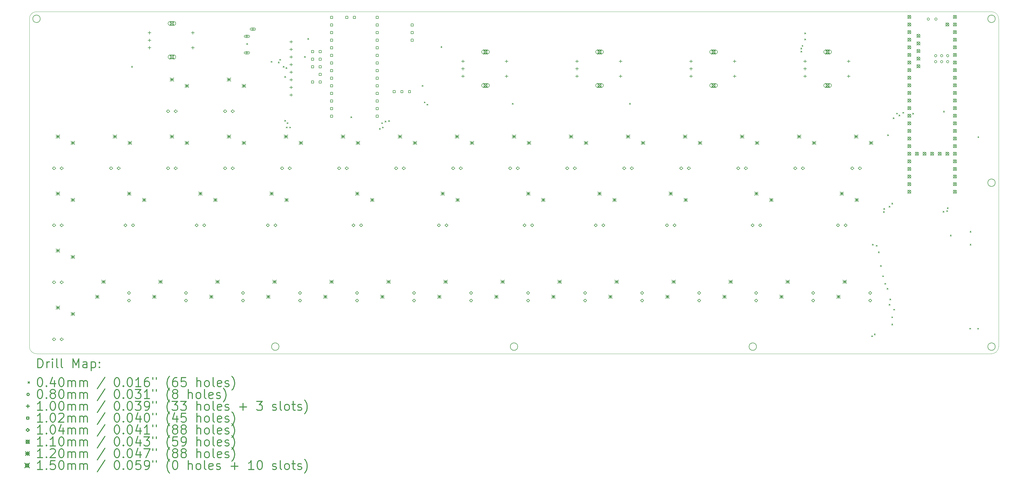
<source format=gbr>
%FSLAX45Y45*%
G04 Gerber Fmt 4.5, Leading zero omitted, Abs format (unit mm)*
G04 Created by KiCad (PCBNEW (5.1.4)-1) date 2022-01-07 23:36:08*
%MOMM*%
%LPD*%
G04 APERTURE LIST*
%ADD10C,0.200000*%
%ADD11C,0.050000*%
%ADD12C,0.300000*%
G04 APERTURE END LIST*
D10*
X6435287Y-9286850D02*
G75*
G03X6435287Y-9286850I-125000J0D01*
G01*
X14412475Y-9286850D02*
G75*
G03X14412475Y-9286850I-125000J0D01*
G01*
X22389662Y-9286850D02*
G75*
G03X22389662Y-9286850I-125000J0D01*
G01*
X30366850Y-3809975D02*
G75*
G03X30366850Y-3809975I-125000J0D01*
G01*
X30366850Y1666900D02*
G75*
G03X30366850Y1666900I-125000J0D01*
G01*
X30366850Y-9286850D02*
G75*
G03X30366850Y-9286850I-125000J0D01*
G01*
X-1541900Y1666900D02*
G75*
G03X-1541900Y1666900I-125000J0D01*
G01*
D11*
X-1905000Y1666875D02*
X-1905000Y-9286875D01*
X30241875Y1905000D02*
X-1666875Y1905000D01*
X30480000Y-9286875D02*
X30480000Y1666875D01*
X-1666875Y-9525000D02*
X30241875Y-9525000D01*
X-1666875Y-9525000D02*
G75*
G02X-1905000Y-9286875I0J238125D01*
G01*
X-1905000Y1666875D02*
G75*
G02X-1666875Y1905000I238125J0D01*
G01*
X30241875Y1905000D02*
G75*
G02X30480000Y1666875I0J-238125D01*
G01*
X30480000Y-9286875D02*
G75*
G02X30241875Y-9525000I-238125J0D01*
G01*
D10*
X1504000Y83500D02*
X1544000Y43500D01*
X1544000Y83500D02*
X1504000Y43500D01*
X5352100Y845500D02*
X5392100Y805500D01*
X5392100Y845500D02*
X5352100Y805500D01*
X6164900Y248600D02*
X6204900Y208600D01*
X6204900Y248600D02*
X6164900Y208600D01*
X6407431Y228500D02*
X6447431Y188500D01*
X6447431Y228500D02*
X6407431Y188500D01*
X6455314Y316291D02*
X6495314Y276291D01*
X6495314Y316291D02*
X6455314Y276291D01*
X6571300Y83500D02*
X6611300Y43500D01*
X6611300Y83500D02*
X6571300Y43500D01*
X6625800Y-252086D02*
X6665800Y-292086D01*
X6665800Y-252086D02*
X6625800Y-292086D01*
X6625800Y-1720028D02*
X6665800Y-1760028D01*
X6665800Y-1720028D02*
X6625800Y-1760028D01*
X6663215Y44108D02*
X6703215Y4108D01*
X6703215Y44108D02*
X6663215Y4108D01*
X6675923Y-1944800D02*
X6715923Y-1984800D01*
X6715923Y-1944800D02*
X6675923Y-1984800D01*
X6698300Y-1799800D02*
X6738300Y-1839800D01*
X6738300Y-1799800D02*
X6698300Y-1839800D01*
X6787200Y-1944800D02*
X6827200Y-1984800D01*
X6827200Y-1944800D02*
X6787200Y-1984800D01*
X7282500Y413700D02*
X7322500Y373700D01*
X7322500Y413700D02*
X7282500Y373700D01*
X7393419Y1013981D02*
X7433419Y973981D01*
X7433419Y1013981D02*
X7393419Y973981D01*
X8832365Y-1603700D02*
X8872365Y-1643700D01*
X8872365Y-1603700D02*
X8832365Y-1643700D01*
X9786169Y-1989801D02*
X9826169Y-2029801D01*
X9826169Y-1989801D02*
X9786169Y-2029801D01*
X9860600Y-1799800D02*
X9900600Y-1839800D01*
X9900600Y-1799800D02*
X9860600Y-1839800D01*
X9886000Y-1944800D02*
X9926000Y-1984800D01*
X9926000Y-1944800D02*
X9886000Y-1984800D01*
X9973465Y-1743865D02*
X10013465Y-1783865D01*
X10013465Y-1743865D02*
X9973465Y-1783865D01*
X10093407Y-1726454D02*
X10133407Y-1766454D01*
X10133407Y-1726454D02*
X10093407Y-1766454D01*
X11210529Y-555200D02*
X11250529Y-595200D01*
X11250529Y-555200D02*
X11210529Y-595200D01*
X11283029Y-1106600D02*
X11323029Y-1146600D01*
X11323029Y-1106600D02*
X11283029Y-1146600D01*
X11369789Y-1182800D02*
X11409789Y-1222800D01*
X11409789Y-1182800D02*
X11369789Y-1222800D01*
X11841800Y746299D02*
X11881800Y706299D01*
X11881800Y746299D02*
X11841800Y706299D01*
X14228764Y-1150073D02*
X14268764Y-1190073D01*
X14268764Y-1150073D02*
X14228764Y-1190073D01*
X18141000Y-1150073D02*
X18181000Y-1190073D01*
X18181000Y-1150073D02*
X18141000Y-1190073D01*
X23865750Y690814D02*
X23905750Y650814D01*
X23905750Y690814D02*
X23865750Y650814D01*
X23869154Y590872D02*
X23909154Y550872D01*
X23909154Y590872D02*
X23869154Y550872D01*
X23906800Y782000D02*
X23946800Y742000D01*
X23946800Y782000D02*
X23906800Y742000D01*
X23995700Y1201100D02*
X24035700Y1161100D01*
X24035700Y1201100D02*
X23995700Y1161100D01*
X23995700Y997900D02*
X24035700Y957900D01*
X24035700Y997900D02*
X23995700Y957900D01*
X26230900Y-8920800D02*
X26270900Y-8960800D01*
X26270900Y-8920800D02*
X26230900Y-8960800D01*
X26256300Y-5860100D02*
X26296300Y-5900100D01*
X26296300Y-5860100D02*
X26256300Y-5900100D01*
X26319800Y-8857300D02*
X26359800Y-8897300D01*
X26359800Y-8857300D02*
X26319800Y-8897300D01*
X26383300Y-5898200D02*
X26423300Y-5938200D01*
X26423300Y-5898200D02*
X26383300Y-5938200D01*
X26455800Y-6114100D02*
X26495800Y-6154100D01*
X26495800Y-6114100D02*
X26455800Y-6154100D01*
X26528300Y-6571300D02*
X26568300Y-6611300D01*
X26568300Y-6571300D02*
X26528300Y-6611300D01*
X26600800Y-6914200D02*
X26640800Y-6954200D01*
X26640800Y-6914200D02*
X26600800Y-6954200D01*
X26624600Y-4767900D02*
X26664600Y-4807900D01*
X26664600Y-4767900D02*
X26624600Y-4807900D01*
X26637300Y-4666300D02*
X26677300Y-4706300D01*
X26677300Y-4666300D02*
X26637300Y-4706300D01*
X26673300Y-7168200D02*
X26713300Y-7208200D01*
X26713300Y-7168200D02*
X26673300Y-7208200D01*
X26745800Y-7333300D02*
X26785800Y-7373300D01*
X26785800Y-7333300D02*
X26745800Y-7373300D01*
X26764300Y-2202500D02*
X26804300Y-2242500D01*
X26804300Y-2202500D02*
X26764300Y-2242500D01*
X26815100Y-4590100D02*
X26855100Y-4630100D01*
X26855100Y-4590100D02*
X26815100Y-4630100D01*
X26818300Y-7866700D02*
X26858300Y-7906700D01*
X26858300Y-7866700D02*
X26818300Y-7906700D01*
X26840500Y-7688900D02*
X26880500Y-7728900D01*
X26880500Y-7688900D02*
X26840500Y-7728900D01*
X26904000Y-4488500D02*
X26944000Y-4528500D01*
X26944000Y-4488500D02*
X26904000Y-4528500D01*
X26904000Y-8285800D02*
X26944000Y-8325800D01*
X26944000Y-8285800D02*
X26904000Y-8325800D01*
X26904000Y-8527100D02*
X26944000Y-8567100D01*
X26944000Y-8527100D02*
X26904000Y-8567100D01*
X26950768Y-1635032D02*
X26990768Y-1675032D01*
X26990768Y-1635032D02*
X26950768Y-1675032D01*
X26967500Y-8031800D02*
X27007500Y-8071800D01*
X27007500Y-8031800D02*
X26967500Y-8071800D01*
X27066320Y-1477111D02*
X27106320Y-1517111D01*
X27106320Y-1477111D02*
X27066320Y-1517111D01*
X27143625Y-1540545D02*
X27183625Y-1580545D01*
X27183625Y-1540545D02*
X27143625Y-1580545D01*
X27273422Y-1452078D02*
X27313422Y-1492078D01*
X27313422Y-1452078D02*
X27273422Y-1492078D01*
X27602500Y-1484578D02*
X27642500Y-1524578D01*
X27642500Y-1484578D02*
X27602500Y-1524578D01*
X28618500Y-4758401D02*
X28658500Y-4798401D01*
X28658500Y-4758401D02*
X28618500Y-4798401D01*
X28631047Y-1412078D02*
X28671047Y-1452078D01*
X28671047Y-1412078D02*
X28631047Y-1452078D01*
X28738588Y-4738958D02*
X28778588Y-4778958D01*
X28778588Y-4738958D02*
X28738588Y-4778958D01*
X28758200Y-4640900D02*
X28798200Y-4680900D01*
X28798200Y-4640900D02*
X28758200Y-4680900D01*
X28859800Y-5555300D02*
X28899800Y-5595300D01*
X28899800Y-5555300D02*
X28859800Y-5595300D01*
X29507500Y-8666800D02*
X29547500Y-8706800D01*
X29547500Y-8666800D02*
X29507500Y-8706800D01*
X29520200Y-5428300D02*
X29560200Y-5468300D01*
X29560200Y-5428300D02*
X29520200Y-5468300D01*
X29520200Y-5860100D02*
X29560200Y-5900100D01*
X29560200Y-5860100D02*
X29520200Y-5900100D01*
X29774200Y-8666800D02*
X29814200Y-8706800D01*
X29814200Y-8666800D02*
X29774200Y-8706800D01*
X29784302Y-2266000D02*
X29824302Y-2306000D01*
X29824302Y-2266000D02*
X29784302Y-2306000D01*
X28170500Y1657375D02*
G75*
G03X28170500Y1657375I-40000J0D01*
G01*
X28415660Y433375D02*
G75*
G03X28415660Y433375I-40000J0D01*
G01*
X28415660Y233375D02*
G75*
G03X28415660Y233375I-40000J0D01*
G01*
X28424500Y1657375D02*
G75*
G03X28424500Y1657375I-40000J0D01*
G01*
X28615660Y433375D02*
G75*
G03X28615660Y433375I-40000J0D01*
G01*
X28615660Y233375D02*
G75*
G03X28615660Y233375I-40000J0D01*
G01*
X28815660Y433375D02*
G75*
G03X28815660Y433375I-40000J0D01*
G01*
X28815660Y233375D02*
G75*
G03X28815660Y233375I-40000J0D01*
G01*
X2107692Y1252436D02*
X2107692Y1152436D01*
X2057692Y1202436D02*
X2157692Y1202436D01*
X2107692Y1002436D02*
X2107692Y902436D01*
X2057692Y952436D02*
X2157692Y952436D01*
X2107692Y752436D02*
X2107692Y652436D01*
X2057692Y702436D02*
X2157692Y702436D01*
X3557692Y1252436D02*
X3557692Y1152436D01*
X3507692Y1202436D02*
X3607692Y1202436D01*
X3557692Y752436D02*
X3557692Y652436D01*
X3507692Y702436D02*
X3607692Y702436D01*
X24015192Y299936D02*
X24015192Y199936D01*
X23965192Y249936D02*
X24065192Y249936D01*
X24015192Y49936D02*
X24015192Y-50064D01*
X23965192Y-64D02*
X24065192Y-64D01*
X24015192Y-200064D02*
X24015192Y-300064D01*
X23965192Y-250064D02*
X24065192Y-250064D01*
X25465192Y299936D02*
X25465192Y199936D01*
X25415192Y249936D02*
X25515192Y249936D01*
X25465192Y-200064D02*
X25465192Y-300064D01*
X25415192Y-250064D02*
X25515192Y-250064D01*
X6844400Y951700D02*
X6844400Y851700D01*
X6794400Y901700D02*
X6894400Y901700D01*
X6844400Y697700D02*
X6844400Y597700D01*
X6794400Y647700D02*
X6894400Y647700D01*
X6844400Y443700D02*
X6844400Y343700D01*
X6794400Y393700D02*
X6894400Y393700D01*
X6844400Y189700D02*
X6844400Y89700D01*
X6794400Y139700D02*
X6894400Y139700D01*
X6844400Y-64300D02*
X6844400Y-164300D01*
X6794400Y-114300D02*
X6894400Y-114300D01*
X6844400Y-318300D02*
X6844400Y-418300D01*
X6794400Y-368300D02*
X6894400Y-368300D01*
X6844400Y-572300D02*
X6844400Y-672300D01*
X6794400Y-622300D02*
X6894400Y-622300D01*
X6844400Y-826300D02*
X6844400Y-926300D01*
X6794400Y-876300D02*
X6894400Y-876300D01*
X20205192Y299936D02*
X20205192Y199936D01*
X20155192Y249936D02*
X20255192Y249936D01*
X20205192Y49936D02*
X20205192Y-50064D01*
X20155192Y-64D02*
X20255192Y-64D01*
X20205192Y-200064D02*
X20205192Y-300064D01*
X20155192Y-250064D02*
X20255192Y-250064D01*
X21655192Y299936D02*
X21655192Y199936D01*
X21605192Y249936D02*
X21705192Y249936D01*
X21655192Y-200064D02*
X21655192Y-300064D01*
X21605192Y-250064D02*
X21705192Y-250064D01*
X16395192Y299936D02*
X16395192Y199936D01*
X16345192Y249936D02*
X16445192Y249936D01*
X16395192Y49936D02*
X16395192Y-50064D01*
X16345192Y-64D02*
X16445192Y-64D01*
X16395192Y-200064D02*
X16395192Y-300064D01*
X16345192Y-250064D02*
X16445192Y-250064D01*
X17845192Y299936D02*
X17845192Y199936D01*
X17795192Y249936D02*
X17895192Y249936D01*
X17845192Y-200064D02*
X17845192Y-300064D01*
X17795192Y-250064D02*
X17895192Y-250064D01*
X12585192Y299936D02*
X12585192Y199936D01*
X12535192Y249936D02*
X12635192Y249936D01*
X12585192Y49936D02*
X12585192Y-50064D01*
X12535192Y-64D02*
X12635192Y-64D01*
X12585192Y-200064D02*
X12585192Y-300064D01*
X12535192Y-250064D02*
X12635192Y-250064D01*
X14035192Y299936D02*
X14035192Y199936D01*
X13985192Y249936D02*
X14085192Y249936D01*
X14035192Y-200064D02*
X14035192Y-300064D01*
X13985192Y-250064D02*
X14085192Y-250064D01*
X5362600Y1130800D02*
X5362600Y1030800D01*
X5312600Y1080800D02*
X5412600Y1080800D01*
X5412600Y1120800D02*
X5312600Y1120800D01*
X5412600Y1040800D02*
X5312600Y1040800D01*
X5312600Y1120800D02*
G75*
G03X5312600Y1040800I0J-40000D01*
G01*
X5412600Y1040800D02*
G75*
G03X5412600Y1120800I0J40000D01*
G01*
X5362600Y580800D02*
X5362600Y480800D01*
X5312600Y530800D02*
X5412600Y530800D01*
X5412600Y570800D02*
X5312600Y570800D01*
X5412600Y490800D02*
X5312600Y490800D01*
X5312600Y570800D02*
G75*
G03X5312600Y490800I0J-40000D01*
G01*
X5412600Y490800D02*
G75*
G03X5412600Y570800I0J40000D01*
G01*
X5562600Y1370800D02*
X5562600Y1270800D01*
X5512600Y1320800D02*
X5612600Y1320800D01*
X5612600Y1360800D02*
X5512600Y1360800D01*
X5612600Y1280800D02*
X5512600Y1280800D01*
X5512600Y1360800D02*
G75*
G03X5512600Y1280800I0J-40000D01*
G01*
X5612600Y1280800D02*
G75*
G03X5612600Y1360800I0J40000D01*
G01*
X7592421Y535579D02*
X7592421Y607421D01*
X7520579Y607421D01*
X7520579Y535579D01*
X7592421Y535579D01*
X7592421Y281579D02*
X7592421Y353421D01*
X7520579Y353421D01*
X7520579Y281579D01*
X7592421Y281579D01*
X7592421Y27579D02*
X7592421Y99421D01*
X7520579Y99421D01*
X7520579Y27579D01*
X7592421Y27579D01*
X7592421Y-480421D02*
X7592421Y-408579D01*
X7520579Y-408579D01*
X7520579Y-480421D01*
X7592421Y-480421D01*
X7846421Y535579D02*
X7846421Y607421D01*
X7774579Y607421D01*
X7774579Y535579D01*
X7846421Y535579D01*
X7846421Y281579D02*
X7846421Y353421D01*
X7774579Y353421D01*
X7774579Y281579D01*
X7846421Y281579D01*
X7846421Y27579D02*
X7846421Y99421D01*
X7774579Y99421D01*
X7774579Y27579D01*
X7846421Y27579D01*
X7846421Y-226421D02*
X7846421Y-154579D01*
X7774579Y-154579D01*
X7774579Y-226421D01*
X7846421Y-226421D01*
X7846421Y-480421D02*
X7846421Y-408579D01*
X7774579Y-408579D01*
X7774579Y-480421D01*
X7846421Y-480421D01*
X8227421Y1678579D02*
X8227421Y1750421D01*
X8155579Y1750421D01*
X8155579Y1678579D01*
X8227421Y1678579D01*
X8227421Y1424579D02*
X8227421Y1496421D01*
X8155579Y1496421D01*
X8155579Y1424579D01*
X8227421Y1424579D01*
X8227421Y1170579D02*
X8227421Y1242421D01*
X8155579Y1242421D01*
X8155579Y1170579D01*
X8227421Y1170579D01*
X8227421Y916579D02*
X8227421Y988421D01*
X8155579Y988421D01*
X8155579Y916579D01*
X8227421Y916579D01*
X8227421Y662579D02*
X8227421Y734421D01*
X8155579Y734421D01*
X8155579Y662579D01*
X8227421Y662579D01*
X8227421Y408579D02*
X8227421Y480421D01*
X8155579Y480421D01*
X8155579Y408579D01*
X8227421Y408579D01*
X8227421Y154579D02*
X8227421Y226421D01*
X8155579Y226421D01*
X8155579Y154579D01*
X8227421Y154579D01*
X8227421Y-99421D02*
X8227421Y-27579D01*
X8155579Y-27579D01*
X8155579Y-99421D01*
X8227421Y-99421D01*
X8227421Y-353421D02*
X8227421Y-281579D01*
X8155579Y-281579D01*
X8155579Y-353421D01*
X8227421Y-353421D01*
X8227421Y-607421D02*
X8227421Y-535579D01*
X8155579Y-535579D01*
X8155579Y-607421D01*
X8227421Y-607421D01*
X8227421Y-861421D02*
X8227421Y-789579D01*
X8155579Y-789579D01*
X8155579Y-861421D01*
X8227421Y-861421D01*
X8227421Y-1115421D02*
X8227421Y-1043579D01*
X8155579Y-1043579D01*
X8155579Y-1115421D01*
X8227421Y-1115421D01*
X8227421Y-1369421D02*
X8227421Y-1297579D01*
X8155579Y-1297579D01*
X8155579Y-1369421D01*
X8227421Y-1369421D01*
X8227421Y-1623421D02*
X8227421Y-1551579D01*
X8155579Y-1551579D01*
X8155579Y-1623421D01*
X8227421Y-1623421D01*
X8735421Y1678579D02*
X8735421Y1750421D01*
X8663579Y1750421D01*
X8663579Y1678579D01*
X8735421Y1678579D01*
X8989421Y1678579D02*
X8989421Y1750421D01*
X8917579Y1750421D01*
X8917579Y1678579D01*
X8989421Y1678579D01*
X9751421Y1678579D02*
X9751421Y1750421D01*
X9679579Y1750421D01*
X9679579Y1678579D01*
X9751421Y1678579D01*
X9751421Y1424579D02*
X9751421Y1496421D01*
X9679579Y1496421D01*
X9679579Y1424579D01*
X9751421Y1424579D01*
X9751421Y1170579D02*
X9751421Y1242421D01*
X9679579Y1242421D01*
X9679579Y1170579D01*
X9751421Y1170579D01*
X9751421Y916579D02*
X9751421Y988421D01*
X9679579Y988421D01*
X9679579Y916579D01*
X9751421Y916579D01*
X9751421Y662579D02*
X9751421Y734421D01*
X9679579Y734421D01*
X9679579Y662579D01*
X9751421Y662579D01*
X9751421Y408579D02*
X9751421Y480421D01*
X9679579Y480421D01*
X9679579Y408579D01*
X9751421Y408579D01*
X9751421Y154579D02*
X9751421Y226421D01*
X9679579Y226421D01*
X9679579Y154579D01*
X9751421Y154579D01*
X9751421Y-99421D02*
X9751421Y-27579D01*
X9679579Y-27579D01*
X9679579Y-99421D01*
X9751421Y-99421D01*
X9751421Y-353421D02*
X9751421Y-281579D01*
X9679579Y-281579D01*
X9679579Y-353421D01*
X9751421Y-353421D01*
X9751421Y-607421D02*
X9751421Y-535579D01*
X9679579Y-535579D01*
X9679579Y-607421D01*
X9751421Y-607421D01*
X9751421Y-861421D02*
X9751421Y-789579D01*
X9679579Y-789579D01*
X9679579Y-861421D01*
X9751421Y-861421D01*
X9751421Y-1115421D02*
X9751421Y-1043579D01*
X9679579Y-1043579D01*
X9679579Y-1115421D01*
X9751421Y-1115421D01*
X9751421Y-1369421D02*
X9751421Y-1297579D01*
X9679579Y-1297579D01*
X9679579Y-1369421D01*
X9751421Y-1369421D01*
X9751421Y-1623421D02*
X9751421Y-1551579D01*
X9679579Y-1551579D01*
X9679579Y-1623421D01*
X9751421Y-1623421D01*
X10320635Y-800461D02*
X10320635Y-728619D01*
X10248793Y-728619D01*
X10248793Y-800461D01*
X10320635Y-800461D01*
X10578699Y-800461D02*
X10578699Y-728619D01*
X10506857Y-728619D01*
X10506857Y-800461D01*
X10578699Y-800461D01*
X10832445Y-800461D02*
X10832445Y-728619D01*
X10760603Y-728619D01*
X10760603Y-800461D01*
X10832445Y-800461D01*
X10919821Y1424579D02*
X10919821Y1496421D01*
X10847979Y1496421D01*
X10847979Y1424579D01*
X10919821Y1424579D01*
X10919821Y1170579D02*
X10919821Y1242421D01*
X10847979Y1242421D01*
X10847979Y1170579D01*
X10919821Y1170579D01*
X10919821Y916579D02*
X10919821Y988421D01*
X10847979Y988421D01*
X10847979Y916579D01*
X10919821Y916579D01*
X18567500Y-7545000D02*
X18619500Y-7493000D01*
X18567500Y-7441000D01*
X18515500Y-7493000D01*
X18567500Y-7545000D01*
X18567500Y-7799000D02*
X18619500Y-7747000D01*
X18567500Y-7695000D01*
X18515500Y-7747000D01*
X18567500Y-7799000D01*
X8445500Y-3379500D02*
X8497500Y-3327500D01*
X8445500Y-3275500D01*
X8393500Y-3327500D01*
X8445500Y-3379500D01*
X8699500Y-3379500D02*
X8751500Y-3327500D01*
X8699500Y-3275500D01*
X8647500Y-3327500D01*
X8699500Y-3379500D01*
X4635500Y-1474500D02*
X4687500Y-1422500D01*
X4635500Y-1370500D01*
X4583500Y-1422500D01*
X4635500Y-1474500D01*
X4889500Y-1474500D02*
X4941500Y-1422500D01*
X4889500Y-1370500D01*
X4837500Y-1422500D01*
X4889500Y-1474500D01*
X19399250Y-5284500D02*
X19451250Y-5232500D01*
X19399250Y-5180500D01*
X19347250Y-5232500D01*
X19399250Y-5284500D01*
X19653250Y-5284500D02*
X19705250Y-5232500D01*
X19653250Y-5180500D01*
X19601250Y-5232500D01*
X19653250Y-5284500D01*
X2730500Y-1474500D02*
X2782500Y-1422500D01*
X2730500Y-1370500D01*
X2678500Y-1422500D01*
X2730500Y-1474500D01*
X2984500Y-1474500D02*
X3036500Y-1422500D01*
X2984500Y-1370500D01*
X2932500Y-1422500D01*
X2984500Y-1474500D01*
X17018000Y-5284500D02*
X17070000Y-5232500D01*
X17018000Y-5180500D01*
X16966000Y-5232500D01*
X17018000Y-5284500D01*
X17272000Y-5284500D02*
X17324000Y-5232500D01*
X17272000Y-5180500D01*
X17220000Y-5232500D01*
X17272000Y-5284500D01*
X26187500Y-7545000D02*
X26239500Y-7493000D01*
X26187500Y-7441000D01*
X26135500Y-7493000D01*
X26187500Y-7545000D01*
X26187500Y-7799000D02*
X26239500Y-7747000D01*
X26187500Y-7695000D01*
X26135500Y-7747000D01*
X26187500Y-7799000D01*
X6064250Y-5284500D02*
X6116250Y-5232500D01*
X6064250Y-5180500D01*
X6012250Y-5232500D01*
X6064250Y-5284500D01*
X6318250Y-5284500D02*
X6370250Y-5232500D01*
X6318250Y-5180500D01*
X6266250Y-5232500D01*
X6318250Y-5284500D01*
X7137500Y-7545000D02*
X7189500Y-7493000D01*
X7137500Y-7441000D01*
X7085500Y-7493000D01*
X7137500Y-7545000D01*
X7137500Y-7799000D02*
X7189500Y-7747000D01*
X7137500Y-7695000D01*
X7085500Y-7747000D01*
X7137500Y-7799000D01*
X-1079500Y-5284500D02*
X-1027500Y-5232500D01*
X-1079500Y-5180500D01*
X-1131500Y-5232500D01*
X-1079500Y-5284500D01*
X-825500Y-5284500D02*
X-773500Y-5232500D01*
X-825500Y-5180500D01*
X-877500Y-5232500D01*
X-825500Y-5284500D01*
X20472500Y-7545000D02*
X20524500Y-7493000D01*
X20472500Y-7441000D01*
X20420500Y-7493000D01*
X20472500Y-7545000D01*
X20472500Y-7799000D02*
X20524500Y-7747000D01*
X20472500Y-7695000D01*
X20420500Y-7747000D01*
X20472500Y-7799000D01*
X16065500Y-3379500D02*
X16117500Y-3327500D01*
X16065500Y-3275500D01*
X16013500Y-3327500D01*
X16065500Y-3379500D01*
X16319500Y-3379500D02*
X16371500Y-3327500D01*
X16319500Y-3275500D01*
X16267500Y-3327500D01*
X16319500Y-3379500D01*
X22377500Y-7545000D02*
X22429500Y-7493000D01*
X22377500Y-7441000D01*
X22325500Y-7493000D01*
X22377500Y-7545000D01*
X22377500Y-7799000D02*
X22429500Y-7747000D01*
X22377500Y-7695000D01*
X22325500Y-7747000D01*
X22377500Y-7799000D01*
X12852500Y-7545000D02*
X12904500Y-7493000D01*
X12852500Y-7441000D01*
X12800500Y-7493000D01*
X12852500Y-7545000D01*
X12852500Y-7799000D02*
X12904500Y-7747000D01*
X12852500Y-7695000D01*
X12800500Y-7747000D01*
X12852500Y-7799000D01*
X-1079500Y-7189500D02*
X-1027500Y-7137500D01*
X-1079500Y-7085500D01*
X-1131500Y-7137500D01*
X-1079500Y-7189500D01*
X-825500Y-7189500D02*
X-773500Y-7137500D01*
X-825500Y-7085500D01*
X-877500Y-7137500D01*
X-825500Y-7189500D01*
X5232500Y-7545000D02*
X5284500Y-7493000D01*
X5232500Y-7441000D01*
X5180500Y-7493000D01*
X5232500Y-7545000D01*
X5232500Y-7799000D02*
X5284500Y-7747000D01*
X5232500Y-7695000D01*
X5180500Y-7747000D01*
X5232500Y-7799000D01*
X3683000Y-5284500D02*
X3735000Y-5232500D01*
X3683000Y-5180500D01*
X3631000Y-5232500D01*
X3683000Y-5284500D01*
X3937000Y-5284500D02*
X3989000Y-5232500D01*
X3937000Y-5180500D01*
X3885000Y-5232500D01*
X3937000Y-5284500D01*
X19875500Y-3379500D02*
X19927500Y-3327500D01*
X19875500Y-3275500D01*
X19823500Y-3327500D01*
X19875500Y-3379500D01*
X20129500Y-3379500D02*
X20181500Y-3327500D01*
X20129500Y-3275500D01*
X20077500Y-3327500D01*
X20129500Y-3379500D01*
X10350500Y-3379500D02*
X10402500Y-3327500D01*
X10350500Y-3275500D01*
X10298500Y-3327500D01*
X10350500Y-3379500D01*
X10604500Y-3379500D02*
X10656500Y-3327500D01*
X10604500Y-3275500D01*
X10552500Y-3327500D01*
X10604500Y-3379500D01*
X25114250Y-5284500D02*
X25166250Y-5232500D01*
X25114250Y-5180500D01*
X25062250Y-5232500D01*
X25114250Y-5284500D01*
X25368250Y-5284500D02*
X25420250Y-5232500D01*
X25368250Y-5180500D01*
X25316250Y-5232500D01*
X25368250Y-5284500D01*
X14160500Y-3379500D02*
X14212500Y-3327500D01*
X14160500Y-3275500D01*
X14108500Y-3327500D01*
X14160500Y-3379500D01*
X14414500Y-3379500D02*
X14466500Y-3327500D01*
X14414500Y-3275500D01*
X14362500Y-3327500D01*
X14414500Y-3379500D01*
X17970500Y-3379500D02*
X18022500Y-3327500D01*
X17970500Y-3275500D01*
X17918500Y-3327500D01*
X17970500Y-3379500D01*
X18224500Y-3379500D02*
X18276500Y-3327500D01*
X18224500Y-3275500D01*
X18172500Y-3327500D01*
X18224500Y-3379500D01*
X14636750Y-5284500D02*
X14688750Y-5232500D01*
X14636750Y-5180500D01*
X14584750Y-5232500D01*
X14636750Y-5284500D01*
X14890750Y-5284500D02*
X14942750Y-5232500D01*
X14890750Y-5180500D01*
X14838750Y-5232500D01*
X14890750Y-5284500D01*
X1301750Y-5284500D02*
X1353750Y-5232500D01*
X1301750Y-5180500D01*
X1249750Y-5232500D01*
X1301750Y-5284500D01*
X1555750Y-5284500D02*
X1607750Y-5232500D01*
X1555750Y-5180500D01*
X1503750Y-5232500D01*
X1555750Y-5284500D01*
X14757500Y-7545000D02*
X14809500Y-7493000D01*
X14757500Y-7441000D01*
X14705500Y-7493000D01*
X14757500Y-7545000D01*
X14757500Y-7799000D02*
X14809500Y-7747000D01*
X14757500Y-7695000D01*
X14705500Y-7747000D01*
X14757500Y-7799000D01*
X22256750Y-5284500D02*
X22308750Y-5232500D01*
X22256750Y-5180500D01*
X22204750Y-5232500D01*
X22256750Y-5284500D01*
X22510750Y-5284500D02*
X22562750Y-5232500D01*
X22510750Y-5180500D01*
X22458750Y-5232500D01*
X22510750Y-5284500D01*
X825500Y-3379500D02*
X877500Y-3327500D01*
X825500Y-3275500D01*
X773500Y-3327500D01*
X825500Y-3379500D01*
X1079500Y-3379500D02*
X1131500Y-3327500D01*
X1079500Y-3275500D01*
X1027500Y-3327500D01*
X1079500Y-3379500D01*
X11779250Y-5284500D02*
X11831250Y-5232500D01*
X11779250Y-5180500D01*
X11727250Y-5232500D01*
X11779250Y-5284500D01*
X12033250Y-5284500D02*
X12085250Y-5232500D01*
X12033250Y-5180500D01*
X11981250Y-5232500D01*
X12033250Y-5284500D01*
X10947500Y-7545000D02*
X10999500Y-7493000D01*
X10947500Y-7441000D01*
X10895500Y-7493000D01*
X10947500Y-7545000D01*
X10947500Y-7799000D02*
X10999500Y-7747000D01*
X10947500Y-7695000D01*
X10895500Y-7747000D01*
X10947500Y-7799000D01*
X-1079500Y-9094500D02*
X-1027500Y-9042500D01*
X-1079500Y-8990500D01*
X-1131500Y-9042500D01*
X-1079500Y-9094500D01*
X-825500Y-9094500D02*
X-773500Y-9042500D01*
X-825500Y-8990500D01*
X-877500Y-9042500D01*
X-825500Y-9094500D01*
X25590500Y-3379500D02*
X25642500Y-3327500D01*
X25590500Y-3275500D01*
X25538500Y-3327500D01*
X25590500Y-3379500D01*
X25844500Y-3379500D02*
X25896500Y-3327500D01*
X25844500Y-3275500D01*
X25792500Y-3327500D01*
X25844500Y-3379500D01*
X9042500Y-7545000D02*
X9094500Y-7493000D01*
X9042500Y-7441000D01*
X8990500Y-7493000D01*
X9042500Y-7545000D01*
X9042500Y-7799000D02*
X9094500Y-7747000D01*
X9042500Y-7695000D01*
X8990500Y-7747000D01*
X9042500Y-7799000D01*
X-1079500Y-3379500D02*
X-1027500Y-3327500D01*
X-1079500Y-3275500D01*
X-1131500Y-3327500D01*
X-1079500Y-3379500D01*
X-825500Y-3379500D02*
X-773500Y-3327500D01*
X-825500Y-3275500D01*
X-877500Y-3327500D01*
X-825500Y-3379500D01*
X4635500Y-3379500D02*
X4687500Y-3327500D01*
X4635500Y-3275500D01*
X4583500Y-3327500D01*
X4635500Y-3379500D01*
X4889500Y-3379500D02*
X4941500Y-3327500D01*
X4889500Y-3275500D01*
X4837500Y-3327500D01*
X4889500Y-3379500D01*
X2730500Y-3379500D02*
X2782500Y-3327500D01*
X2730500Y-3275500D01*
X2678500Y-3327500D01*
X2730500Y-3379500D01*
X2984500Y-3379500D02*
X3036500Y-3327500D01*
X2984500Y-3275500D01*
X2932500Y-3327500D01*
X2984500Y-3379500D01*
X3327500Y-7545000D02*
X3379500Y-7493000D01*
X3327500Y-7441000D01*
X3275500Y-7493000D01*
X3327500Y-7545000D01*
X3327500Y-7799000D02*
X3379500Y-7747000D01*
X3327500Y-7695000D01*
X3275500Y-7747000D01*
X3327500Y-7799000D01*
X23685500Y-3379500D02*
X23737500Y-3327500D01*
X23685500Y-3275500D01*
X23633500Y-3327500D01*
X23685500Y-3379500D01*
X23939500Y-3379500D02*
X23991500Y-3327500D01*
X23939500Y-3275500D01*
X23887500Y-3327500D01*
X23939500Y-3379500D01*
X8921750Y-5284500D02*
X8973750Y-5232500D01*
X8921750Y-5180500D01*
X8869750Y-5232500D01*
X8921750Y-5284500D01*
X9175750Y-5284500D02*
X9227750Y-5232500D01*
X9175750Y-5180500D01*
X9123750Y-5232500D01*
X9175750Y-5284500D01*
X6540500Y-3379500D02*
X6592500Y-3327500D01*
X6540500Y-3275500D01*
X6488500Y-3327500D01*
X6540500Y-3379500D01*
X6794500Y-3379500D02*
X6846500Y-3327500D01*
X6794500Y-3275500D01*
X6742500Y-3327500D01*
X6794500Y-3379500D01*
X21780500Y-3379500D02*
X21832500Y-3327500D01*
X21780500Y-3275500D01*
X21728500Y-3327500D01*
X21780500Y-3379500D01*
X22034500Y-3379500D02*
X22086500Y-3327500D01*
X22034500Y-3275500D01*
X21982500Y-3327500D01*
X22034500Y-3379500D01*
X12255500Y-3379500D02*
X12307500Y-3327500D01*
X12255500Y-3275500D01*
X12203500Y-3327500D01*
X12255500Y-3379500D01*
X12509500Y-3379500D02*
X12561500Y-3327500D01*
X12509500Y-3275500D01*
X12457500Y-3327500D01*
X12509500Y-3379500D01*
X24282500Y-7545000D02*
X24334500Y-7493000D01*
X24282500Y-7441000D01*
X24230500Y-7493000D01*
X24282500Y-7545000D01*
X24282500Y-7799000D02*
X24334500Y-7747000D01*
X24282500Y-7695000D01*
X24230500Y-7747000D01*
X24282500Y-7799000D01*
X16662500Y-7545000D02*
X16714500Y-7493000D01*
X16662500Y-7441000D01*
X16610500Y-7493000D01*
X16662500Y-7545000D01*
X16662500Y-7799000D02*
X16714500Y-7747000D01*
X16662500Y-7695000D01*
X16610500Y-7747000D01*
X16662500Y-7799000D01*
X1422500Y-7545000D02*
X1474500Y-7493000D01*
X1422500Y-7441000D01*
X1370500Y-7493000D01*
X1422500Y-7545000D01*
X1422500Y-7799000D02*
X1474500Y-7747000D01*
X1422500Y-7695000D01*
X1370500Y-7747000D01*
X1422500Y-7799000D01*
X27440500Y1785375D02*
X27550500Y1675375D01*
X27550500Y1785375D02*
X27440500Y1675375D01*
X27550500Y1730375D02*
G75*
G03X27550500Y1730375I-55000J0D01*
G01*
X27440500Y1531375D02*
X27550500Y1421375D01*
X27550500Y1531375D02*
X27440500Y1421375D01*
X27550500Y1476375D02*
G75*
G03X27550500Y1476375I-55000J0D01*
G01*
X27440500Y1277375D02*
X27550500Y1167375D01*
X27550500Y1277375D02*
X27440500Y1167375D01*
X27550500Y1222375D02*
G75*
G03X27550500Y1222375I-55000J0D01*
G01*
X27440500Y1023375D02*
X27550500Y913375D01*
X27550500Y1023375D02*
X27440500Y913375D01*
X27550500Y968375D02*
G75*
G03X27550500Y968375I-55000J0D01*
G01*
X27440500Y769375D02*
X27550500Y659375D01*
X27550500Y769375D02*
X27440500Y659375D01*
X27550500Y714375D02*
G75*
G03X27550500Y714375I-55000J0D01*
G01*
X27440500Y515375D02*
X27550500Y405375D01*
X27550500Y515375D02*
X27440500Y405375D01*
X27550500Y460375D02*
G75*
G03X27550500Y460375I-55000J0D01*
G01*
X27440500Y261375D02*
X27550500Y151375D01*
X27550500Y261375D02*
X27440500Y151375D01*
X27550500Y206375D02*
G75*
G03X27550500Y206375I-55000J0D01*
G01*
X27440500Y7375D02*
X27550500Y-102625D01*
X27550500Y7375D02*
X27440500Y-102625D01*
X27550500Y-47625D02*
G75*
G03X27550500Y-47625I-55000J0D01*
G01*
X27440500Y-246625D02*
X27550500Y-356625D01*
X27550500Y-246625D02*
X27440500Y-356625D01*
X27550500Y-301625D02*
G75*
G03X27550500Y-301625I-55000J0D01*
G01*
X27440500Y-500625D02*
X27550500Y-610625D01*
X27550500Y-500625D02*
X27440500Y-610625D01*
X27550500Y-555625D02*
G75*
G03X27550500Y-555625I-55000J0D01*
G01*
X27440500Y-754625D02*
X27550500Y-864625D01*
X27550500Y-754625D02*
X27440500Y-864625D01*
X27550500Y-809625D02*
G75*
G03X27550500Y-809625I-55000J0D01*
G01*
X27440500Y-1008625D02*
X27550500Y-1118625D01*
X27550500Y-1008625D02*
X27440500Y-1118625D01*
X27550500Y-1063625D02*
G75*
G03X27550500Y-1063625I-55000J0D01*
G01*
X27440500Y-1262625D02*
X27550500Y-1372625D01*
X27550500Y-1262625D02*
X27440500Y-1372625D01*
X27550500Y-1317625D02*
G75*
G03X27550500Y-1317625I-55000J0D01*
G01*
X27440500Y-1516625D02*
X27550500Y-1626625D01*
X27550500Y-1516625D02*
X27440500Y-1626625D01*
X27550500Y-1571625D02*
G75*
G03X27550500Y-1571625I-55000J0D01*
G01*
X27440500Y-1770625D02*
X27550500Y-1880625D01*
X27550500Y-1770625D02*
X27440500Y-1880625D01*
X27550500Y-1825625D02*
G75*
G03X27550500Y-1825625I-55000J0D01*
G01*
X27440500Y-2024625D02*
X27550500Y-2134625D01*
X27550500Y-2024625D02*
X27440500Y-2134625D01*
X27550500Y-2079625D02*
G75*
G03X27550500Y-2079625I-55000J0D01*
G01*
X27440500Y-2278625D02*
X27550500Y-2388625D01*
X27550500Y-2278625D02*
X27440500Y-2388625D01*
X27550500Y-2333625D02*
G75*
G03X27550500Y-2333625I-55000J0D01*
G01*
X27440500Y-2532625D02*
X27550500Y-2642625D01*
X27550500Y-2532625D02*
X27440500Y-2642625D01*
X27550500Y-2587625D02*
G75*
G03X27550500Y-2587625I-55000J0D01*
G01*
X27440500Y-2786625D02*
X27550500Y-2896625D01*
X27550500Y-2786625D02*
X27440500Y-2896625D01*
X27550500Y-2841625D02*
G75*
G03X27550500Y-2841625I-55000J0D01*
G01*
X27440500Y-3040625D02*
X27550500Y-3150625D01*
X27550500Y-3040625D02*
X27440500Y-3150625D01*
X27550500Y-3095625D02*
G75*
G03X27550500Y-3095625I-55000J0D01*
G01*
X27440500Y-3294625D02*
X27550500Y-3404625D01*
X27550500Y-3294625D02*
X27440500Y-3404625D01*
X27550500Y-3349625D02*
G75*
G03X27550500Y-3349625I-55000J0D01*
G01*
X27440500Y-3548625D02*
X27550500Y-3658625D01*
X27550500Y-3548625D02*
X27440500Y-3658625D01*
X27550500Y-3603625D02*
G75*
G03X27550500Y-3603625I-55000J0D01*
G01*
X27440500Y-3802625D02*
X27550500Y-3912625D01*
X27550500Y-3802625D02*
X27440500Y-3912625D01*
X27550500Y-3857625D02*
G75*
G03X27550500Y-3857625I-55000J0D01*
G01*
X27440500Y-4056625D02*
X27550500Y-4166625D01*
X27550500Y-4056625D02*
X27440500Y-4166625D01*
X27550500Y-4111625D02*
G75*
G03X27550500Y-4111625I-55000J0D01*
G01*
X27694500Y-2786625D02*
X27804500Y-2896625D01*
X27804500Y-2786625D02*
X27694500Y-2896625D01*
X27804500Y-2841625D02*
G75*
G03X27804500Y-2841625I-55000J0D01*
G01*
X27745580Y1155455D02*
X27855580Y1045455D01*
X27855580Y1155455D02*
X27745580Y1045455D01*
X27855580Y1100455D02*
G75*
G03X27855580Y1100455I-55000J0D01*
G01*
X27745580Y901455D02*
X27855580Y791455D01*
X27855580Y901455D02*
X27745580Y791455D01*
X27855580Y846455D02*
G75*
G03X27855580Y846455I-55000J0D01*
G01*
X27745580Y647455D02*
X27855580Y537455D01*
X27855580Y647455D02*
X27745580Y537455D01*
X27855580Y592455D02*
G75*
G03X27855580Y592455I-55000J0D01*
G01*
X27745580Y393455D02*
X27855580Y283455D01*
X27855580Y393455D02*
X27745580Y283455D01*
X27855580Y338455D02*
G75*
G03X27855580Y338455I-55000J0D01*
G01*
X27745580Y139455D02*
X27855580Y29455D01*
X27855580Y139455D02*
X27745580Y29455D01*
X27855580Y84455D02*
G75*
G03X27855580Y84455I-55000J0D01*
G01*
X27948500Y-2786625D02*
X28058500Y-2896625D01*
X28058500Y-2786625D02*
X27948500Y-2896625D01*
X28058500Y-2841625D02*
G75*
G03X28058500Y-2841625I-55000J0D01*
G01*
X28202500Y-2786625D02*
X28312500Y-2896625D01*
X28312500Y-2786625D02*
X28202500Y-2896625D01*
X28312500Y-2841625D02*
G75*
G03X28312500Y-2841625I-55000J0D01*
G01*
X28456500Y-2786625D02*
X28566500Y-2896625D01*
X28566500Y-2786625D02*
X28456500Y-2896625D01*
X28566500Y-2841625D02*
G75*
G03X28566500Y-2841625I-55000J0D01*
G01*
X28710500Y1531375D02*
X28820500Y1421375D01*
X28820500Y1531375D02*
X28710500Y1421375D01*
X28820500Y1476375D02*
G75*
G03X28820500Y1476375I-55000J0D01*
G01*
X28710500Y-2786625D02*
X28820500Y-2896625D01*
X28820500Y-2786625D02*
X28710500Y-2896625D01*
X28820500Y-2841625D02*
G75*
G03X28820500Y-2841625I-55000J0D01*
G01*
X28964500Y1785375D02*
X29074500Y1675375D01*
X29074500Y1785375D02*
X28964500Y1675375D01*
X29074500Y1730375D02*
G75*
G03X29074500Y1730375I-55000J0D01*
G01*
X28964500Y1531375D02*
X29074500Y1421375D01*
X29074500Y1531375D02*
X28964500Y1421375D01*
X29074500Y1476375D02*
G75*
G03X29074500Y1476375I-55000J0D01*
G01*
X28964500Y1277375D02*
X29074500Y1167375D01*
X29074500Y1277375D02*
X28964500Y1167375D01*
X29074500Y1222375D02*
G75*
G03X29074500Y1222375I-55000J0D01*
G01*
X28964500Y1023375D02*
X29074500Y913375D01*
X29074500Y1023375D02*
X28964500Y913375D01*
X29074500Y968375D02*
G75*
G03X29074500Y968375I-55000J0D01*
G01*
X28964500Y769375D02*
X29074500Y659375D01*
X29074500Y769375D02*
X28964500Y659375D01*
X29074500Y714375D02*
G75*
G03X29074500Y714375I-55000J0D01*
G01*
X28964500Y515375D02*
X29074500Y405375D01*
X29074500Y515375D02*
X28964500Y405375D01*
X29074500Y460375D02*
G75*
G03X29074500Y460375I-55000J0D01*
G01*
X28964500Y261375D02*
X29074500Y151375D01*
X29074500Y261375D02*
X28964500Y151375D01*
X29074500Y206375D02*
G75*
G03X29074500Y206375I-55000J0D01*
G01*
X28964500Y7375D02*
X29074500Y-102625D01*
X29074500Y7375D02*
X28964500Y-102625D01*
X29074500Y-47625D02*
G75*
G03X29074500Y-47625I-55000J0D01*
G01*
X28964500Y-246625D02*
X29074500Y-356625D01*
X29074500Y-246625D02*
X28964500Y-356625D01*
X29074500Y-301625D02*
G75*
G03X29074500Y-301625I-55000J0D01*
G01*
X28964500Y-500625D02*
X29074500Y-610625D01*
X29074500Y-500625D02*
X28964500Y-610625D01*
X29074500Y-555625D02*
G75*
G03X29074500Y-555625I-55000J0D01*
G01*
X28964500Y-754625D02*
X29074500Y-864625D01*
X29074500Y-754625D02*
X28964500Y-864625D01*
X29074500Y-809625D02*
G75*
G03X29074500Y-809625I-55000J0D01*
G01*
X28964500Y-1008625D02*
X29074500Y-1118625D01*
X29074500Y-1008625D02*
X28964500Y-1118625D01*
X29074500Y-1063625D02*
G75*
G03X29074500Y-1063625I-55000J0D01*
G01*
X28964500Y-1262625D02*
X29074500Y-1372625D01*
X29074500Y-1262625D02*
X28964500Y-1372625D01*
X29074500Y-1317625D02*
G75*
G03X29074500Y-1317625I-55000J0D01*
G01*
X28964500Y-1516625D02*
X29074500Y-1626625D01*
X29074500Y-1516625D02*
X28964500Y-1626625D01*
X29074500Y-1571625D02*
G75*
G03X29074500Y-1571625I-55000J0D01*
G01*
X28964500Y-1770625D02*
X29074500Y-1880625D01*
X29074500Y-1770625D02*
X28964500Y-1880625D01*
X29074500Y-1825625D02*
G75*
G03X29074500Y-1825625I-55000J0D01*
G01*
X28964500Y-2024625D02*
X29074500Y-2134625D01*
X29074500Y-2024625D02*
X28964500Y-2134625D01*
X29074500Y-2079625D02*
G75*
G03X29074500Y-2079625I-55000J0D01*
G01*
X28964500Y-2278625D02*
X29074500Y-2388625D01*
X29074500Y-2278625D02*
X28964500Y-2388625D01*
X29074500Y-2333625D02*
G75*
G03X29074500Y-2333625I-55000J0D01*
G01*
X28964500Y-2532625D02*
X29074500Y-2642625D01*
X29074500Y-2532625D02*
X28964500Y-2642625D01*
X29074500Y-2587625D02*
G75*
G03X29074500Y-2587625I-55000J0D01*
G01*
X28964500Y-2786625D02*
X29074500Y-2896625D01*
X29074500Y-2786625D02*
X28964500Y-2896625D01*
X29074500Y-2841625D02*
G75*
G03X29074500Y-2841625I-55000J0D01*
G01*
X28964500Y-3040625D02*
X29074500Y-3150625D01*
X29074500Y-3040625D02*
X28964500Y-3150625D01*
X29074500Y-3095625D02*
G75*
G03X29074500Y-3095625I-55000J0D01*
G01*
X28964500Y-3294625D02*
X29074500Y-3404625D01*
X29074500Y-3294625D02*
X28964500Y-3404625D01*
X29074500Y-3349625D02*
G75*
G03X29074500Y-3349625I-55000J0D01*
G01*
X28964500Y-3548625D02*
X29074500Y-3658625D01*
X29074500Y-3548625D02*
X28964500Y-3658625D01*
X29074500Y-3603625D02*
G75*
G03X29074500Y-3603625I-55000J0D01*
G01*
X28964500Y-3802625D02*
X29074500Y-3912625D01*
X29074500Y-3802625D02*
X28964500Y-3912625D01*
X29074500Y-3857625D02*
G75*
G03X29074500Y-3857625I-55000J0D01*
G01*
X28964500Y-4056625D02*
X29074500Y-4166625D01*
X29074500Y-4056625D02*
X28964500Y-4166625D01*
X29074500Y-4111625D02*
G75*
G03X29074500Y-4111625I-55000J0D01*
G01*
X6131250Y-4112500D02*
X6251250Y-4232500D01*
X6251250Y-4112500D02*
X6131250Y-4232500D01*
X6191250Y-4112500D02*
X6191250Y-4232500D01*
X6131250Y-4172500D02*
X6251250Y-4172500D01*
X6631250Y-4322500D02*
X6751250Y-4442500D01*
X6751250Y-4322500D02*
X6631250Y-4442500D01*
X6691250Y-4322500D02*
X6691250Y-4442500D01*
X6631250Y-4382500D02*
X6751250Y-4382500D01*
X6017500Y-7560000D02*
X6137500Y-7680000D01*
X6137500Y-7560000D02*
X6017500Y-7680000D01*
X6077500Y-7560000D02*
X6077500Y-7680000D01*
X6017500Y-7620000D02*
X6137500Y-7620000D01*
X6227500Y-7060000D02*
X6347500Y-7180000D01*
X6347500Y-7060000D02*
X6227500Y-7180000D01*
X6287500Y-7060000D02*
X6287500Y-7180000D01*
X6227500Y-7120000D02*
X6347500Y-7120000D01*
X-1012500Y-4112500D02*
X-892500Y-4232500D01*
X-892500Y-4112500D02*
X-1012500Y-4232500D01*
X-952500Y-4112500D02*
X-952500Y-4232500D01*
X-1012500Y-4172500D02*
X-892500Y-4172500D01*
X-512500Y-4322500D02*
X-392500Y-4442500D01*
X-392500Y-4322500D02*
X-512500Y-4442500D01*
X-452500Y-4322500D02*
X-452500Y-4442500D01*
X-512500Y-4382500D02*
X-392500Y-4382500D01*
X19352500Y-7560000D02*
X19472500Y-7680000D01*
X19472500Y-7560000D02*
X19352500Y-7680000D01*
X19412500Y-7560000D02*
X19412500Y-7680000D01*
X19352500Y-7620000D02*
X19472500Y-7620000D01*
X19562500Y-7060000D02*
X19682500Y-7180000D01*
X19682500Y-7060000D02*
X19562500Y-7180000D01*
X19622500Y-7060000D02*
X19622500Y-7180000D01*
X19562500Y-7120000D02*
X19682500Y-7120000D01*
X16132500Y-2207500D02*
X16252500Y-2327500D01*
X16252500Y-2207500D02*
X16132500Y-2327500D01*
X16192500Y-2207500D02*
X16192500Y-2327500D01*
X16132500Y-2267500D02*
X16252500Y-2267500D01*
X16632500Y-2417500D02*
X16752500Y-2537500D01*
X16752500Y-2417500D02*
X16632500Y-2537500D01*
X16692500Y-2417500D02*
X16692500Y-2537500D01*
X16632500Y-2477500D02*
X16752500Y-2477500D01*
X21257500Y-7560000D02*
X21377500Y-7680000D01*
X21377500Y-7560000D02*
X21257500Y-7680000D01*
X21317500Y-7560000D02*
X21317500Y-7680000D01*
X21257500Y-7620000D02*
X21377500Y-7620000D01*
X21467500Y-7060000D02*
X21587500Y-7180000D01*
X21587500Y-7060000D02*
X21467500Y-7180000D01*
X21527500Y-7060000D02*
X21527500Y-7180000D01*
X21467500Y-7120000D02*
X21587500Y-7120000D01*
X11732500Y-7560000D02*
X11852500Y-7680000D01*
X11852500Y-7560000D02*
X11732500Y-7680000D01*
X11792500Y-7560000D02*
X11792500Y-7680000D01*
X11732500Y-7620000D02*
X11852500Y-7620000D01*
X11942500Y-7060000D02*
X12062500Y-7180000D01*
X12062500Y-7060000D02*
X11942500Y-7180000D01*
X12002500Y-7060000D02*
X12002500Y-7180000D01*
X11942500Y-7120000D02*
X12062500Y-7120000D01*
X-1012500Y-6017500D02*
X-892500Y-6137500D01*
X-892500Y-6017500D02*
X-1012500Y-6137500D01*
X-952500Y-6017500D02*
X-952500Y-6137500D01*
X-1012500Y-6077500D02*
X-892500Y-6077500D01*
X-512500Y-6227500D02*
X-392500Y-6347500D01*
X-392500Y-6227500D02*
X-512500Y-6347500D01*
X-452500Y-6227500D02*
X-452500Y-6347500D01*
X-512500Y-6287500D02*
X-392500Y-6287500D01*
X4112500Y-7560000D02*
X4232500Y-7680000D01*
X4232500Y-7560000D02*
X4112500Y-7680000D01*
X4172500Y-7560000D02*
X4172500Y-7680000D01*
X4112500Y-7620000D02*
X4232500Y-7620000D01*
X4322500Y-7060000D02*
X4442500Y-7180000D01*
X4442500Y-7060000D02*
X4322500Y-7180000D01*
X4382500Y-7060000D02*
X4382500Y-7180000D01*
X4322500Y-7120000D02*
X4442500Y-7120000D01*
X3750000Y-4112500D02*
X3870000Y-4232500D01*
X3870000Y-4112500D02*
X3750000Y-4232500D01*
X3810000Y-4112500D02*
X3810000Y-4232500D01*
X3750000Y-4172500D02*
X3870000Y-4172500D01*
X4250000Y-4322500D02*
X4370000Y-4442500D01*
X4370000Y-4322500D02*
X4250000Y-4442500D01*
X4310000Y-4322500D02*
X4310000Y-4442500D01*
X4250000Y-4382500D02*
X4370000Y-4382500D01*
X19942500Y-2207500D02*
X20062500Y-2327500D01*
X20062500Y-2207500D02*
X19942500Y-2327500D01*
X20002500Y-2207500D02*
X20002500Y-2327500D01*
X19942500Y-2267500D02*
X20062500Y-2267500D01*
X20442500Y-2417500D02*
X20562500Y-2537500D01*
X20562500Y-2417500D02*
X20442500Y-2537500D01*
X20502500Y-2417500D02*
X20502500Y-2537500D01*
X20442500Y-2477500D02*
X20562500Y-2477500D01*
X10417500Y-2207500D02*
X10537500Y-2327500D01*
X10537500Y-2207500D02*
X10417500Y-2327500D01*
X10477500Y-2207500D02*
X10477500Y-2327500D01*
X10417500Y-2267500D02*
X10537500Y-2267500D01*
X10917500Y-2417500D02*
X11037500Y-2537500D01*
X11037500Y-2417500D02*
X10917500Y-2537500D01*
X10977500Y-2417500D02*
X10977500Y-2537500D01*
X10917500Y-2477500D02*
X11037500Y-2477500D01*
X25181250Y-4112500D02*
X25301250Y-4232500D01*
X25301250Y-4112500D02*
X25181250Y-4232500D01*
X25241250Y-4112500D02*
X25241250Y-4232500D01*
X25181250Y-4172500D02*
X25301250Y-4172500D01*
X25681250Y-4322500D02*
X25801250Y-4442500D01*
X25801250Y-4322500D02*
X25681250Y-4442500D01*
X25741250Y-4322500D02*
X25741250Y-4442500D01*
X25681250Y-4382500D02*
X25801250Y-4382500D01*
X14227500Y-2207500D02*
X14347500Y-2327500D01*
X14347500Y-2207500D02*
X14227500Y-2327500D01*
X14287500Y-2207500D02*
X14287500Y-2327500D01*
X14227500Y-2267500D02*
X14347500Y-2267500D01*
X14727500Y-2417500D02*
X14847500Y-2537500D01*
X14847500Y-2417500D02*
X14727500Y-2537500D01*
X14787500Y-2417500D02*
X14787500Y-2537500D01*
X14727500Y-2477500D02*
X14847500Y-2477500D01*
X18037500Y-2207500D02*
X18157500Y-2327500D01*
X18157500Y-2207500D02*
X18037500Y-2327500D01*
X18097500Y-2207500D02*
X18097500Y-2327500D01*
X18037500Y-2267500D02*
X18157500Y-2267500D01*
X18537500Y-2417500D02*
X18657500Y-2537500D01*
X18657500Y-2417500D02*
X18537500Y-2537500D01*
X18597500Y-2417500D02*
X18597500Y-2537500D01*
X18537500Y-2477500D02*
X18657500Y-2477500D01*
X14703750Y-4112500D02*
X14823750Y-4232500D01*
X14823750Y-4112500D02*
X14703750Y-4232500D01*
X14763750Y-4112500D02*
X14763750Y-4232500D01*
X14703750Y-4172500D02*
X14823750Y-4172500D01*
X15203750Y-4322500D02*
X15323750Y-4442500D01*
X15323750Y-4322500D02*
X15203750Y-4442500D01*
X15263750Y-4322500D02*
X15263750Y-4442500D01*
X15203750Y-4382500D02*
X15323750Y-4382500D01*
X1368750Y-4112500D02*
X1488750Y-4232500D01*
X1488750Y-4112500D02*
X1368750Y-4232500D01*
X1428750Y-4112500D02*
X1428750Y-4232500D01*
X1368750Y-4172500D02*
X1488750Y-4172500D01*
X1868750Y-4322500D02*
X1988750Y-4442500D01*
X1988750Y-4322500D02*
X1868750Y-4442500D01*
X1928750Y-4322500D02*
X1928750Y-4442500D01*
X1868750Y-4382500D02*
X1988750Y-4382500D01*
X13637500Y-7560000D02*
X13757500Y-7680000D01*
X13757500Y-7560000D02*
X13637500Y-7680000D01*
X13697500Y-7560000D02*
X13697500Y-7680000D01*
X13637500Y-7620000D02*
X13757500Y-7620000D01*
X13847500Y-7060000D02*
X13967500Y-7180000D01*
X13967500Y-7060000D02*
X13847500Y-7180000D01*
X13907500Y-7060000D02*
X13907500Y-7180000D01*
X13847500Y-7120000D02*
X13967500Y-7120000D01*
X22323750Y-4112500D02*
X22443750Y-4232500D01*
X22443750Y-4112500D02*
X22323750Y-4232500D01*
X22383750Y-4112500D02*
X22383750Y-4232500D01*
X22323750Y-4172500D02*
X22443750Y-4172500D01*
X22823750Y-4322500D02*
X22943750Y-4442500D01*
X22943750Y-4322500D02*
X22823750Y-4442500D01*
X22883750Y-4322500D02*
X22883750Y-4442500D01*
X22823750Y-4382500D02*
X22943750Y-4382500D01*
X892500Y-2207500D02*
X1012500Y-2327500D01*
X1012500Y-2207500D02*
X892500Y-2327500D01*
X952500Y-2207500D02*
X952500Y-2327500D01*
X892500Y-2267500D02*
X1012500Y-2267500D01*
X1392500Y-2417500D02*
X1512500Y-2537500D01*
X1512500Y-2417500D02*
X1392500Y-2537500D01*
X1452500Y-2417500D02*
X1452500Y-2537500D01*
X1392500Y-2477500D02*
X1512500Y-2477500D01*
X11846250Y-4112500D02*
X11966250Y-4232500D01*
X11966250Y-4112500D02*
X11846250Y-4232500D01*
X11906250Y-4112500D02*
X11906250Y-4232500D01*
X11846250Y-4172500D02*
X11966250Y-4172500D01*
X12346250Y-4322500D02*
X12466250Y-4442500D01*
X12466250Y-4322500D02*
X12346250Y-4442500D01*
X12406250Y-4322500D02*
X12406250Y-4442500D01*
X12346250Y-4382500D02*
X12466250Y-4382500D01*
X9827500Y-7560000D02*
X9947500Y-7680000D01*
X9947500Y-7560000D02*
X9827500Y-7680000D01*
X9887500Y-7560000D02*
X9887500Y-7680000D01*
X9827500Y-7620000D02*
X9947500Y-7620000D01*
X10037500Y-7060000D02*
X10157500Y-7180000D01*
X10157500Y-7060000D02*
X10037500Y-7180000D01*
X10097500Y-7060000D02*
X10097500Y-7180000D01*
X10037500Y-7120000D02*
X10157500Y-7120000D01*
X-1012500Y-7922500D02*
X-892500Y-8042500D01*
X-892500Y-7922500D02*
X-1012500Y-8042500D01*
X-952500Y-7922500D02*
X-952500Y-8042500D01*
X-1012500Y-7982500D02*
X-892500Y-7982500D01*
X-512500Y-8132500D02*
X-392500Y-8252500D01*
X-392500Y-8132500D02*
X-512500Y-8252500D01*
X-452500Y-8132500D02*
X-452500Y-8252500D01*
X-512500Y-8192500D02*
X-392500Y-8192500D01*
X25657500Y-2207500D02*
X25777500Y-2327500D01*
X25777500Y-2207500D02*
X25657500Y-2327500D01*
X25717500Y-2207500D02*
X25717500Y-2327500D01*
X25657500Y-2267500D02*
X25777500Y-2267500D01*
X26157500Y-2417500D02*
X26277500Y-2537500D01*
X26277500Y-2417500D02*
X26157500Y-2537500D01*
X26217500Y-2417500D02*
X26217500Y-2537500D01*
X26157500Y-2477500D02*
X26277500Y-2477500D01*
X7922500Y-7560000D02*
X8042500Y-7680000D01*
X8042500Y-7560000D02*
X7922500Y-7680000D01*
X7982500Y-7560000D02*
X7982500Y-7680000D01*
X7922500Y-7620000D02*
X8042500Y-7620000D01*
X8132500Y-7060000D02*
X8252500Y-7180000D01*
X8252500Y-7060000D02*
X8132500Y-7180000D01*
X8192500Y-7060000D02*
X8192500Y-7180000D01*
X8132500Y-7120000D02*
X8252500Y-7120000D01*
X-1012500Y-2207500D02*
X-892500Y-2327500D01*
X-892500Y-2207500D02*
X-1012500Y-2327500D01*
X-952500Y-2207500D02*
X-952500Y-2327500D01*
X-1012500Y-2267500D02*
X-892500Y-2267500D01*
X-512500Y-2417500D02*
X-392500Y-2537500D01*
X-392500Y-2417500D02*
X-512500Y-2537500D01*
X-452500Y-2417500D02*
X-452500Y-2537500D01*
X-512500Y-2477500D02*
X-392500Y-2477500D01*
X4702500Y-2207500D02*
X4822500Y-2327500D01*
X4822500Y-2207500D02*
X4702500Y-2327500D01*
X4762500Y-2207500D02*
X4762500Y-2327500D01*
X4702500Y-2267500D02*
X4822500Y-2267500D01*
X5202500Y-2417500D02*
X5322500Y-2537500D01*
X5322500Y-2417500D02*
X5202500Y-2537500D01*
X5262500Y-2417500D02*
X5262500Y-2537500D01*
X5202500Y-2477500D02*
X5322500Y-2477500D01*
X2797500Y-2207500D02*
X2917500Y-2327500D01*
X2917500Y-2207500D02*
X2797500Y-2327500D01*
X2857500Y-2207500D02*
X2857500Y-2327500D01*
X2797500Y-2267500D02*
X2917500Y-2267500D01*
X3297500Y-2417500D02*
X3417500Y-2537500D01*
X3417500Y-2417500D02*
X3297500Y-2537500D01*
X3357500Y-2417500D02*
X3357500Y-2537500D01*
X3297500Y-2477500D02*
X3417500Y-2477500D01*
X2207500Y-7560000D02*
X2327500Y-7680000D01*
X2327500Y-7560000D02*
X2207500Y-7680000D01*
X2267500Y-7560000D02*
X2267500Y-7680000D01*
X2207500Y-7620000D02*
X2327500Y-7620000D01*
X2417500Y-7060000D02*
X2537500Y-7180000D01*
X2537500Y-7060000D02*
X2417500Y-7180000D01*
X2477500Y-7060000D02*
X2477500Y-7180000D01*
X2417500Y-7120000D02*
X2537500Y-7120000D01*
X23752500Y-2207500D02*
X23872500Y-2327500D01*
X23872500Y-2207500D02*
X23752500Y-2327500D01*
X23812500Y-2207500D02*
X23812500Y-2327500D01*
X23752500Y-2267500D02*
X23872500Y-2267500D01*
X24252500Y-2417500D02*
X24372500Y-2537500D01*
X24372500Y-2417500D02*
X24252500Y-2537500D01*
X24312500Y-2417500D02*
X24312500Y-2537500D01*
X24252500Y-2477500D02*
X24372500Y-2477500D01*
X8988750Y-4112500D02*
X9108750Y-4232500D01*
X9108750Y-4112500D02*
X8988750Y-4232500D01*
X9048750Y-4112500D02*
X9048750Y-4232500D01*
X8988750Y-4172500D02*
X9108750Y-4172500D01*
X9488750Y-4322500D02*
X9608750Y-4442500D01*
X9608750Y-4322500D02*
X9488750Y-4442500D01*
X9548750Y-4322500D02*
X9548750Y-4442500D01*
X9488750Y-4382500D02*
X9608750Y-4382500D01*
X6607500Y-2207500D02*
X6727500Y-2327500D01*
X6727500Y-2207500D02*
X6607500Y-2327500D01*
X6667500Y-2207500D02*
X6667500Y-2327500D01*
X6607500Y-2267500D02*
X6727500Y-2267500D01*
X7107500Y-2417500D02*
X7227500Y-2537500D01*
X7227500Y-2417500D02*
X7107500Y-2537500D01*
X7167500Y-2417500D02*
X7167500Y-2537500D01*
X7107500Y-2477500D02*
X7227500Y-2477500D01*
X21847500Y-2207500D02*
X21967500Y-2327500D01*
X21967500Y-2207500D02*
X21847500Y-2327500D01*
X21907500Y-2207500D02*
X21907500Y-2327500D01*
X21847500Y-2267500D02*
X21967500Y-2267500D01*
X22347500Y-2417500D02*
X22467500Y-2537500D01*
X22467500Y-2417500D02*
X22347500Y-2537500D01*
X22407500Y-2417500D02*
X22407500Y-2537500D01*
X22347500Y-2477500D02*
X22467500Y-2477500D01*
X12322500Y-2207500D02*
X12442500Y-2327500D01*
X12442500Y-2207500D02*
X12322500Y-2327500D01*
X12382500Y-2207500D02*
X12382500Y-2327500D01*
X12322500Y-2267500D02*
X12442500Y-2267500D01*
X12822500Y-2417500D02*
X12942500Y-2537500D01*
X12942500Y-2417500D02*
X12822500Y-2537500D01*
X12882500Y-2417500D02*
X12882500Y-2537500D01*
X12822500Y-2477500D02*
X12942500Y-2477500D01*
X23162500Y-7560000D02*
X23282500Y-7680000D01*
X23282500Y-7560000D02*
X23162500Y-7680000D01*
X23222500Y-7560000D02*
X23222500Y-7680000D01*
X23162500Y-7620000D02*
X23282500Y-7620000D01*
X23372500Y-7060000D02*
X23492500Y-7180000D01*
X23492500Y-7060000D02*
X23372500Y-7180000D01*
X23432500Y-7060000D02*
X23432500Y-7180000D01*
X23372500Y-7120000D02*
X23492500Y-7120000D01*
X15542500Y-7560000D02*
X15662500Y-7680000D01*
X15662500Y-7560000D02*
X15542500Y-7680000D01*
X15602500Y-7560000D02*
X15602500Y-7680000D01*
X15542500Y-7620000D02*
X15662500Y-7620000D01*
X15752500Y-7060000D02*
X15872500Y-7180000D01*
X15872500Y-7060000D02*
X15752500Y-7180000D01*
X15812500Y-7060000D02*
X15812500Y-7180000D01*
X15752500Y-7120000D02*
X15872500Y-7120000D01*
X302500Y-7560000D02*
X422500Y-7680000D01*
X422500Y-7560000D02*
X302500Y-7680000D01*
X362500Y-7560000D02*
X362500Y-7680000D01*
X302500Y-7620000D02*
X422500Y-7620000D01*
X512500Y-7060000D02*
X632500Y-7180000D01*
X632500Y-7060000D02*
X512500Y-7180000D01*
X572500Y-7060000D02*
X572500Y-7180000D01*
X512500Y-7120000D02*
X632500Y-7120000D01*
X17447500Y-7560000D02*
X17567500Y-7680000D01*
X17567500Y-7560000D02*
X17447500Y-7680000D01*
X17507500Y-7560000D02*
X17507500Y-7680000D01*
X17447500Y-7620000D02*
X17567500Y-7620000D01*
X17657500Y-7060000D02*
X17777500Y-7180000D01*
X17777500Y-7060000D02*
X17657500Y-7180000D01*
X17717500Y-7060000D02*
X17717500Y-7180000D01*
X17657500Y-7120000D02*
X17777500Y-7120000D01*
X8512500Y-2207500D02*
X8632500Y-2327500D01*
X8632500Y-2207500D02*
X8512500Y-2327500D01*
X8572500Y-2207500D02*
X8572500Y-2327500D01*
X8512500Y-2267500D02*
X8632500Y-2267500D01*
X9012500Y-2417500D02*
X9132500Y-2537500D01*
X9132500Y-2417500D02*
X9012500Y-2537500D01*
X9072500Y-2417500D02*
X9072500Y-2537500D01*
X9012500Y-2477500D02*
X9132500Y-2477500D01*
X4702500Y-302500D02*
X4822500Y-422500D01*
X4822500Y-302500D02*
X4702500Y-422500D01*
X4762500Y-302500D02*
X4762500Y-422500D01*
X4702500Y-362500D02*
X4822500Y-362500D01*
X5202500Y-512500D02*
X5322500Y-632500D01*
X5322500Y-512500D02*
X5202500Y-632500D01*
X5262500Y-512500D02*
X5262500Y-632500D01*
X5202500Y-572500D02*
X5322500Y-572500D01*
X19466250Y-4112500D02*
X19586250Y-4232500D01*
X19586250Y-4112500D02*
X19466250Y-4232500D01*
X19526250Y-4112500D02*
X19526250Y-4232500D01*
X19466250Y-4172500D02*
X19586250Y-4172500D01*
X19966250Y-4322500D02*
X20086250Y-4442500D01*
X20086250Y-4322500D02*
X19966250Y-4442500D01*
X20026250Y-4322500D02*
X20026250Y-4442500D01*
X19966250Y-4382500D02*
X20086250Y-4382500D01*
X2797500Y-302500D02*
X2917500Y-422500D01*
X2917500Y-302500D02*
X2797500Y-422500D01*
X2857500Y-302500D02*
X2857500Y-422500D01*
X2797500Y-362500D02*
X2917500Y-362500D01*
X3297500Y-512500D02*
X3417500Y-632500D01*
X3417500Y-512500D02*
X3297500Y-632500D01*
X3357500Y-512500D02*
X3357500Y-632500D01*
X3297500Y-572500D02*
X3417500Y-572500D01*
X17085000Y-4112500D02*
X17205000Y-4232500D01*
X17205000Y-4112500D02*
X17085000Y-4232500D01*
X17145000Y-4112500D02*
X17145000Y-4232500D01*
X17085000Y-4172500D02*
X17205000Y-4172500D01*
X17585000Y-4322500D02*
X17705000Y-4442500D01*
X17705000Y-4322500D02*
X17585000Y-4442500D01*
X17645000Y-4322500D02*
X17645000Y-4442500D01*
X17585000Y-4382500D02*
X17705000Y-4382500D01*
X25067500Y-7560000D02*
X25187500Y-7680000D01*
X25187500Y-7560000D02*
X25067500Y-7680000D01*
X25127500Y-7560000D02*
X25127500Y-7680000D01*
X25067500Y-7620000D02*
X25187500Y-7620000D01*
X25277500Y-7060000D02*
X25397500Y-7180000D01*
X25397500Y-7060000D02*
X25277500Y-7180000D01*
X25337500Y-7060000D02*
X25337500Y-7180000D01*
X25277500Y-7120000D02*
X25397500Y-7120000D01*
X24690192Y634936D02*
X24840192Y484936D01*
X24840192Y634936D02*
X24690192Y484936D01*
X24818225Y506902D02*
X24818225Y612970D01*
X24712158Y612970D01*
X24712158Y506902D01*
X24818225Y506902D01*
X24700192Y494936D02*
X24830192Y494936D01*
X24700192Y624936D02*
X24830192Y624936D01*
X24830192Y494936D02*
G75*
G03X24830192Y624936I0J65000D01*
G01*
X24700192Y624936D02*
G75*
G03X24700192Y494936I0J-65000D01*
G01*
X24690192Y-485064D02*
X24840192Y-635064D01*
X24840192Y-485064D02*
X24690192Y-635064D01*
X24818225Y-613098D02*
X24818225Y-507030D01*
X24712158Y-507030D01*
X24712158Y-613098D01*
X24818225Y-613098D01*
X24700192Y-625064D02*
X24830192Y-625064D01*
X24700192Y-495064D02*
X24830192Y-495064D01*
X24830192Y-625064D02*
G75*
G03X24830192Y-495064I0J65000D01*
G01*
X24700192Y-495064D02*
G75*
G03X24700192Y-625064I0J-65000D01*
G01*
X20880192Y634936D02*
X21030192Y484936D01*
X21030192Y634936D02*
X20880192Y484936D01*
X21008226Y506902D02*
X21008226Y612970D01*
X20902159Y612970D01*
X20902159Y506902D01*
X21008226Y506902D01*
X20890192Y494936D02*
X21020192Y494936D01*
X20890192Y624936D02*
X21020192Y624936D01*
X21020192Y494936D02*
G75*
G03X21020192Y624936I0J65000D01*
G01*
X20890192Y624936D02*
G75*
G03X20890192Y494936I0J-65000D01*
G01*
X20880192Y-485064D02*
X21030192Y-635064D01*
X21030192Y-485064D02*
X20880192Y-635064D01*
X21008226Y-613098D02*
X21008226Y-507030D01*
X20902159Y-507030D01*
X20902159Y-613098D01*
X21008226Y-613098D01*
X20890192Y-625064D02*
X21020192Y-625064D01*
X20890192Y-495064D02*
X21020192Y-495064D01*
X21020192Y-625064D02*
G75*
G03X21020192Y-495064I0J65000D01*
G01*
X20890192Y-495064D02*
G75*
G03X20890192Y-625064I0J-65000D01*
G01*
X17070192Y634936D02*
X17220192Y484936D01*
X17220192Y634936D02*
X17070192Y484936D01*
X17198226Y506902D02*
X17198226Y612970D01*
X17092159Y612970D01*
X17092159Y506902D01*
X17198226Y506902D01*
X17080192Y494936D02*
X17210192Y494936D01*
X17080192Y624936D02*
X17210192Y624936D01*
X17210192Y494936D02*
G75*
G03X17210192Y624936I0J65000D01*
G01*
X17080192Y624936D02*
G75*
G03X17080192Y494936I0J-65000D01*
G01*
X17070192Y-485064D02*
X17220192Y-635064D01*
X17220192Y-485064D02*
X17070192Y-635064D01*
X17198226Y-613098D02*
X17198226Y-507030D01*
X17092159Y-507030D01*
X17092159Y-613098D01*
X17198226Y-613098D01*
X17080192Y-625064D02*
X17210192Y-625064D01*
X17080192Y-495064D02*
X17210192Y-495064D01*
X17210192Y-625064D02*
G75*
G03X17210192Y-495064I0J65000D01*
G01*
X17080192Y-495064D02*
G75*
G03X17080192Y-625064I0J-65000D01*
G01*
X13260192Y634936D02*
X13410192Y484936D01*
X13410192Y634936D02*
X13260192Y484936D01*
X13388225Y506902D02*
X13388225Y612970D01*
X13282158Y612970D01*
X13282158Y506902D01*
X13388225Y506902D01*
X13270192Y494936D02*
X13400192Y494936D01*
X13270192Y624936D02*
X13400192Y624936D01*
X13400192Y494936D02*
G75*
G03X13400192Y624936I0J65000D01*
G01*
X13270192Y624936D02*
G75*
G03X13270192Y494936I0J-65000D01*
G01*
X13260192Y-485064D02*
X13410192Y-635064D01*
X13410192Y-485064D02*
X13260192Y-635064D01*
X13388225Y-613098D02*
X13388225Y-507030D01*
X13282158Y-507030D01*
X13282158Y-613098D01*
X13388225Y-613098D01*
X13270192Y-625064D02*
X13400192Y-625064D01*
X13270192Y-495064D02*
X13400192Y-495064D01*
X13400192Y-625064D02*
G75*
G03X13400192Y-495064I0J65000D01*
G01*
X13270192Y-495064D02*
G75*
G03X13270192Y-625064I0J-65000D01*
G01*
X2782692Y1587436D02*
X2932692Y1437436D01*
X2932692Y1587436D02*
X2782692Y1437436D01*
X2910725Y1459402D02*
X2910725Y1565469D01*
X2804658Y1565469D01*
X2804658Y1459402D01*
X2910725Y1459402D01*
X2792692Y1447436D02*
X2922692Y1447436D01*
X2792692Y1577436D02*
X2922692Y1577436D01*
X2922692Y1447436D02*
G75*
G03X2922692Y1577436I0J65000D01*
G01*
X2792692Y1577436D02*
G75*
G03X2792692Y1447436I0J-65000D01*
G01*
X2782692Y467436D02*
X2932692Y317436D01*
X2932692Y467436D02*
X2782692Y317436D01*
X2910725Y339403D02*
X2910725Y445469D01*
X2804658Y445469D01*
X2804658Y339403D01*
X2910725Y339403D01*
X2792692Y327436D02*
X2922692Y327436D01*
X2792692Y457436D02*
X2922692Y457436D01*
X2922692Y327436D02*
G75*
G03X2922692Y457436I0J65000D01*
G01*
X2792692Y457436D02*
G75*
G03X2792692Y327436I0J-65000D01*
G01*
D12*
X-1621071Y-9993214D02*
X-1621071Y-9693214D01*
X-1549643Y-9693214D01*
X-1506786Y-9707500D01*
X-1478214Y-9736072D01*
X-1463929Y-9764643D01*
X-1449643Y-9821786D01*
X-1449643Y-9864643D01*
X-1463929Y-9921786D01*
X-1478214Y-9950357D01*
X-1506786Y-9978929D01*
X-1549643Y-9993214D01*
X-1621071Y-9993214D01*
X-1321072Y-9993214D02*
X-1321072Y-9793214D01*
X-1321072Y-9850357D02*
X-1306786Y-9821786D01*
X-1292500Y-9807500D01*
X-1263929Y-9793214D01*
X-1235357Y-9793214D01*
X-1135357Y-9993214D02*
X-1135357Y-9793214D01*
X-1135357Y-9693214D02*
X-1149643Y-9707500D01*
X-1135357Y-9721786D01*
X-1121072Y-9707500D01*
X-1135357Y-9693214D01*
X-1135357Y-9721786D01*
X-949643Y-9993214D02*
X-978214Y-9978929D01*
X-992500Y-9950357D01*
X-992500Y-9693214D01*
X-792500Y-9993214D02*
X-821071Y-9978929D01*
X-835357Y-9950357D01*
X-835357Y-9693214D01*
X-449643Y-9993214D02*
X-449643Y-9693214D01*
X-349643Y-9907500D01*
X-249643Y-9693214D01*
X-249643Y-9993214D01*
X21786Y-9993214D02*
X21786Y-9836072D01*
X7500Y-9807500D01*
X-21072Y-9793214D01*
X-78214Y-9793214D01*
X-106786Y-9807500D01*
X21786Y-9978929D02*
X-6786Y-9993214D01*
X-78214Y-9993214D01*
X-106786Y-9978929D01*
X-121071Y-9950357D01*
X-121071Y-9921786D01*
X-106786Y-9893214D01*
X-78214Y-9878929D01*
X-6786Y-9878929D01*
X21786Y-9864643D01*
X164643Y-9793214D02*
X164643Y-10093214D01*
X164643Y-9807500D02*
X193214Y-9793214D01*
X250357Y-9793214D01*
X278928Y-9807500D01*
X293214Y-9821786D01*
X307500Y-9850357D01*
X307500Y-9936072D01*
X293214Y-9964643D01*
X278928Y-9978929D01*
X250357Y-9993214D01*
X193214Y-9993214D01*
X164643Y-9978929D01*
X436071Y-9964643D02*
X450357Y-9978929D01*
X436071Y-9993214D01*
X421786Y-9978929D01*
X436071Y-9964643D01*
X436071Y-9993214D01*
X436071Y-9807500D02*
X450357Y-9821786D01*
X436071Y-9836072D01*
X421786Y-9821786D01*
X436071Y-9807500D01*
X436071Y-9836072D01*
X-1947500Y-10467500D02*
X-1907500Y-10507500D01*
X-1907500Y-10467500D02*
X-1947500Y-10507500D01*
X-1563929Y-10323214D02*
X-1535357Y-10323214D01*
X-1506786Y-10337500D01*
X-1492500Y-10351786D01*
X-1478214Y-10380357D01*
X-1463929Y-10437500D01*
X-1463929Y-10508929D01*
X-1478214Y-10566072D01*
X-1492500Y-10594643D01*
X-1506786Y-10608929D01*
X-1535357Y-10623214D01*
X-1563929Y-10623214D01*
X-1592500Y-10608929D01*
X-1606786Y-10594643D01*
X-1621071Y-10566072D01*
X-1635357Y-10508929D01*
X-1635357Y-10437500D01*
X-1621071Y-10380357D01*
X-1606786Y-10351786D01*
X-1592500Y-10337500D01*
X-1563929Y-10323214D01*
X-1335357Y-10594643D02*
X-1321072Y-10608929D01*
X-1335357Y-10623214D01*
X-1349643Y-10608929D01*
X-1335357Y-10594643D01*
X-1335357Y-10623214D01*
X-1063929Y-10423214D02*
X-1063929Y-10623214D01*
X-1135357Y-10308929D02*
X-1206786Y-10523214D01*
X-1021071Y-10523214D01*
X-849643Y-10323214D02*
X-821071Y-10323214D01*
X-792500Y-10337500D01*
X-778214Y-10351786D01*
X-763929Y-10380357D01*
X-749643Y-10437500D01*
X-749643Y-10508929D01*
X-763929Y-10566072D01*
X-778214Y-10594643D01*
X-792500Y-10608929D01*
X-821071Y-10623214D01*
X-849643Y-10623214D01*
X-878214Y-10608929D01*
X-892500Y-10594643D01*
X-906786Y-10566072D01*
X-921071Y-10508929D01*
X-921071Y-10437500D01*
X-906786Y-10380357D01*
X-892500Y-10351786D01*
X-878214Y-10337500D01*
X-849643Y-10323214D01*
X-621072Y-10623214D02*
X-621072Y-10423214D01*
X-621072Y-10451786D02*
X-606786Y-10437500D01*
X-578214Y-10423214D01*
X-535357Y-10423214D01*
X-506786Y-10437500D01*
X-492500Y-10466072D01*
X-492500Y-10623214D01*
X-492500Y-10466072D02*
X-478214Y-10437500D01*
X-449643Y-10423214D01*
X-406786Y-10423214D01*
X-378214Y-10437500D01*
X-363929Y-10466072D01*
X-363929Y-10623214D01*
X-221071Y-10623214D02*
X-221071Y-10423214D01*
X-221071Y-10451786D02*
X-206786Y-10437500D01*
X-178214Y-10423214D01*
X-135357Y-10423214D01*
X-106786Y-10437500D01*
X-92500Y-10466072D01*
X-92500Y-10623214D01*
X-92500Y-10466072D02*
X-78214Y-10437500D01*
X-49643Y-10423214D01*
X-6786Y-10423214D01*
X21786Y-10437500D01*
X36071Y-10466072D01*
X36071Y-10623214D01*
X621786Y-10308929D02*
X364643Y-10694643D01*
X1007500Y-10323214D02*
X1036071Y-10323214D01*
X1064643Y-10337500D01*
X1078928Y-10351786D01*
X1093214Y-10380357D01*
X1107500Y-10437500D01*
X1107500Y-10508929D01*
X1093214Y-10566072D01*
X1078928Y-10594643D01*
X1064643Y-10608929D01*
X1036071Y-10623214D01*
X1007500Y-10623214D01*
X978928Y-10608929D01*
X964643Y-10594643D01*
X950357Y-10566072D01*
X936071Y-10508929D01*
X936071Y-10437500D01*
X950357Y-10380357D01*
X964643Y-10351786D01*
X978928Y-10337500D01*
X1007500Y-10323214D01*
X1236071Y-10594643D02*
X1250357Y-10608929D01*
X1236071Y-10623214D01*
X1221786Y-10608929D01*
X1236071Y-10594643D01*
X1236071Y-10623214D01*
X1436071Y-10323214D02*
X1464643Y-10323214D01*
X1493214Y-10337500D01*
X1507500Y-10351786D01*
X1521786Y-10380357D01*
X1536071Y-10437500D01*
X1536071Y-10508929D01*
X1521786Y-10566072D01*
X1507500Y-10594643D01*
X1493214Y-10608929D01*
X1464643Y-10623214D01*
X1436071Y-10623214D01*
X1407500Y-10608929D01*
X1393214Y-10594643D01*
X1378928Y-10566072D01*
X1364643Y-10508929D01*
X1364643Y-10437500D01*
X1378928Y-10380357D01*
X1393214Y-10351786D01*
X1407500Y-10337500D01*
X1436071Y-10323214D01*
X1821786Y-10623214D02*
X1650357Y-10623214D01*
X1736071Y-10623214D02*
X1736071Y-10323214D01*
X1707500Y-10366072D01*
X1678928Y-10394643D01*
X1650357Y-10408929D01*
X2078928Y-10323214D02*
X2021786Y-10323214D01*
X1993214Y-10337500D01*
X1978928Y-10351786D01*
X1950357Y-10394643D01*
X1936071Y-10451786D01*
X1936071Y-10566072D01*
X1950357Y-10594643D01*
X1964643Y-10608929D01*
X1993214Y-10623214D01*
X2050357Y-10623214D01*
X2078928Y-10608929D01*
X2093214Y-10594643D01*
X2107500Y-10566072D01*
X2107500Y-10494643D01*
X2093214Y-10466072D01*
X2078928Y-10451786D01*
X2050357Y-10437500D01*
X1993214Y-10437500D01*
X1964643Y-10451786D01*
X1950357Y-10466072D01*
X1936071Y-10494643D01*
X2221786Y-10323214D02*
X2221786Y-10380357D01*
X2336071Y-10323214D02*
X2336071Y-10380357D01*
X2778928Y-10737500D02*
X2764643Y-10723214D01*
X2736071Y-10680357D01*
X2721786Y-10651786D01*
X2707500Y-10608929D01*
X2693214Y-10537500D01*
X2693214Y-10480357D01*
X2707500Y-10408929D01*
X2721786Y-10366072D01*
X2736071Y-10337500D01*
X2764643Y-10294643D01*
X2778928Y-10280357D01*
X3021786Y-10323214D02*
X2964643Y-10323214D01*
X2936071Y-10337500D01*
X2921786Y-10351786D01*
X2893214Y-10394643D01*
X2878928Y-10451786D01*
X2878928Y-10566072D01*
X2893214Y-10594643D01*
X2907500Y-10608929D01*
X2936071Y-10623214D01*
X2993214Y-10623214D01*
X3021786Y-10608929D01*
X3036071Y-10594643D01*
X3050357Y-10566072D01*
X3050357Y-10494643D01*
X3036071Y-10466072D01*
X3021786Y-10451786D01*
X2993214Y-10437500D01*
X2936071Y-10437500D01*
X2907500Y-10451786D01*
X2893214Y-10466072D01*
X2878928Y-10494643D01*
X3321786Y-10323214D02*
X3178928Y-10323214D01*
X3164643Y-10466072D01*
X3178928Y-10451786D01*
X3207500Y-10437500D01*
X3278928Y-10437500D01*
X3307500Y-10451786D01*
X3321786Y-10466072D01*
X3336071Y-10494643D01*
X3336071Y-10566072D01*
X3321786Y-10594643D01*
X3307500Y-10608929D01*
X3278928Y-10623214D01*
X3207500Y-10623214D01*
X3178928Y-10608929D01*
X3164643Y-10594643D01*
X3693214Y-10623214D02*
X3693214Y-10323214D01*
X3821786Y-10623214D02*
X3821786Y-10466072D01*
X3807500Y-10437500D01*
X3778928Y-10423214D01*
X3736071Y-10423214D01*
X3707500Y-10437500D01*
X3693214Y-10451786D01*
X4007500Y-10623214D02*
X3978928Y-10608929D01*
X3964643Y-10594643D01*
X3950357Y-10566072D01*
X3950357Y-10480357D01*
X3964643Y-10451786D01*
X3978928Y-10437500D01*
X4007500Y-10423214D01*
X4050357Y-10423214D01*
X4078928Y-10437500D01*
X4093214Y-10451786D01*
X4107500Y-10480357D01*
X4107500Y-10566072D01*
X4093214Y-10594643D01*
X4078928Y-10608929D01*
X4050357Y-10623214D01*
X4007500Y-10623214D01*
X4278928Y-10623214D02*
X4250357Y-10608929D01*
X4236071Y-10580357D01*
X4236071Y-10323214D01*
X4507500Y-10608929D02*
X4478928Y-10623214D01*
X4421786Y-10623214D01*
X4393214Y-10608929D01*
X4378928Y-10580357D01*
X4378928Y-10466072D01*
X4393214Y-10437500D01*
X4421786Y-10423214D01*
X4478928Y-10423214D01*
X4507500Y-10437500D01*
X4521786Y-10466072D01*
X4521786Y-10494643D01*
X4378928Y-10523214D01*
X4636071Y-10608929D02*
X4664643Y-10623214D01*
X4721786Y-10623214D01*
X4750357Y-10608929D01*
X4764643Y-10580357D01*
X4764643Y-10566072D01*
X4750357Y-10537500D01*
X4721786Y-10523214D01*
X4678928Y-10523214D01*
X4650357Y-10508929D01*
X4636071Y-10480357D01*
X4636071Y-10466072D01*
X4650357Y-10437500D01*
X4678928Y-10423214D01*
X4721786Y-10423214D01*
X4750357Y-10437500D01*
X4864643Y-10737500D02*
X4878928Y-10723214D01*
X4907500Y-10680357D01*
X4921786Y-10651786D01*
X4936071Y-10608929D01*
X4950357Y-10537500D01*
X4950357Y-10480357D01*
X4936071Y-10408929D01*
X4921786Y-10366072D01*
X4907500Y-10337500D01*
X4878928Y-10294643D01*
X4864643Y-10280357D01*
X-1907500Y-10883500D02*
G75*
G03X-1907500Y-10883500I-40000J0D01*
G01*
X-1563929Y-10719214D02*
X-1535357Y-10719214D01*
X-1506786Y-10733500D01*
X-1492500Y-10747786D01*
X-1478214Y-10776357D01*
X-1463929Y-10833500D01*
X-1463929Y-10904929D01*
X-1478214Y-10962072D01*
X-1492500Y-10990643D01*
X-1506786Y-11004929D01*
X-1535357Y-11019214D01*
X-1563929Y-11019214D01*
X-1592500Y-11004929D01*
X-1606786Y-10990643D01*
X-1621071Y-10962072D01*
X-1635357Y-10904929D01*
X-1635357Y-10833500D01*
X-1621071Y-10776357D01*
X-1606786Y-10747786D01*
X-1592500Y-10733500D01*
X-1563929Y-10719214D01*
X-1335357Y-10990643D02*
X-1321072Y-11004929D01*
X-1335357Y-11019214D01*
X-1349643Y-11004929D01*
X-1335357Y-10990643D01*
X-1335357Y-11019214D01*
X-1149643Y-10847786D02*
X-1178214Y-10833500D01*
X-1192500Y-10819214D01*
X-1206786Y-10790643D01*
X-1206786Y-10776357D01*
X-1192500Y-10747786D01*
X-1178214Y-10733500D01*
X-1149643Y-10719214D01*
X-1092500Y-10719214D01*
X-1063929Y-10733500D01*
X-1049643Y-10747786D01*
X-1035357Y-10776357D01*
X-1035357Y-10790643D01*
X-1049643Y-10819214D01*
X-1063929Y-10833500D01*
X-1092500Y-10847786D01*
X-1149643Y-10847786D01*
X-1178214Y-10862072D01*
X-1192500Y-10876357D01*
X-1206786Y-10904929D01*
X-1206786Y-10962072D01*
X-1192500Y-10990643D01*
X-1178214Y-11004929D01*
X-1149643Y-11019214D01*
X-1092500Y-11019214D01*
X-1063929Y-11004929D01*
X-1049643Y-10990643D01*
X-1035357Y-10962072D01*
X-1035357Y-10904929D01*
X-1049643Y-10876357D01*
X-1063929Y-10862072D01*
X-1092500Y-10847786D01*
X-849643Y-10719214D02*
X-821071Y-10719214D01*
X-792500Y-10733500D01*
X-778214Y-10747786D01*
X-763929Y-10776357D01*
X-749643Y-10833500D01*
X-749643Y-10904929D01*
X-763929Y-10962072D01*
X-778214Y-10990643D01*
X-792500Y-11004929D01*
X-821071Y-11019214D01*
X-849643Y-11019214D01*
X-878214Y-11004929D01*
X-892500Y-10990643D01*
X-906786Y-10962072D01*
X-921071Y-10904929D01*
X-921071Y-10833500D01*
X-906786Y-10776357D01*
X-892500Y-10747786D01*
X-878214Y-10733500D01*
X-849643Y-10719214D01*
X-621072Y-11019214D02*
X-621072Y-10819214D01*
X-621072Y-10847786D02*
X-606786Y-10833500D01*
X-578214Y-10819214D01*
X-535357Y-10819214D01*
X-506786Y-10833500D01*
X-492500Y-10862072D01*
X-492500Y-11019214D01*
X-492500Y-10862072D02*
X-478214Y-10833500D01*
X-449643Y-10819214D01*
X-406786Y-10819214D01*
X-378214Y-10833500D01*
X-363929Y-10862072D01*
X-363929Y-11019214D01*
X-221071Y-11019214D02*
X-221071Y-10819214D01*
X-221071Y-10847786D02*
X-206786Y-10833500D01*
X-178214Y-10819214D01*
X-135357Y-10819214D01*
X-106786Y-10833500D01*
X-92500Y-10862072D01*
X-92500Y-11019214D01*
X-92500Y-10862072D02*
X-78214Y-10833500D01*
X-49643Y-10819214D01*
X-6786Y-10819214D01*
X21786Y-10833500D01*
X36071Y-10862072D01*
X36071Y-11019214D01*
X621786Y-10704929D02*
X364643Y-11090643D01*
X1007500Y-10719214D02*
X1036071Y-10719214D01*
X1064643Y-10733500D01*
X1078928Y-10747786D01*
X1093214Y-10776357D01*
X1107500Y-10833500D01*
X1107500Y-10904929D01*
X1093214Y-10962072D01*
X1078928Y-10990643D01*
X1064643Y-11004929D01*
X1036071Y-11019214D01*
X1007500Y-11019214D01*
X978928Y-11004929D01*
X964643Y-10990643D01*
X950357Y-10962072D01*
X936071Y-10904929D01*
X936071Y-10833500D01*
X950357Y-10776357D01*
X964643Y-10747786D01*
X978928Y-10733500D01*
X1007500Y-10719214D01*
X1236071Y-10990643D02*
X1250357Y-11004929D01*
X1236071Y-11019214D01*
X1221786Y-11004929D01*
X1236071Y-10990643D01*
X1236071Y-11019214D01*
X1436071Y-10719214D02*
X1464643Y-10719214D01*
X1493214Y-10733500D01*
X1507500Y-10747786D01*
X1521786Y-10776357D01*
X1536071Y-10833500D01*
X1536071Y-10904929D01*
X1521786Y-10962072D01*
X1507500Y-10990643D01*
X1493214Y-11004929D01*
X1464643Y-11019214D01*
X1436071Y-11019214D01*
X1407500Y-11004929D01*
X1393214Y-10990643D01*
X1378928Y-10962072D01*
X1364643Y-10904929D01*
X1364643Y-10833500D01*
X1378928Y-10776357D01*
X1393214Y-10747786D01*
X1407500Y-10733500D01*
X1436071Y-10719214D01*
X1636071Y-10719214D02*
X1821786Y-10719214D01*
X1721786Y-10833500D01*
X1764643Y-10833500D01*
X1793214Y-10847786D01*
X1807500Y-10862072D01*
X1821786Y-10890643D01*
X1821786Y-10962072D01*
X1807500Y-10990643D01*
X1793214Y-11004929D01*
X1764643Y-11019214D01*
X1678928Y-11019214D01*
X1650357Y-11004929D01*
X1636071Y-10990643D01*
X2107500Y-11019214D02*
X1936071Y-11019214D01*
X2021786Y-11019214D02*
X2021786Y-10719214D01*
X1993214Y-10762072D01*
X1964643Y-10790643D01*
X1936071Y-10804929D01*
X2221786Y-10719214D02*
X2221786Y-10776357D01*
X2336071Y-10719214D02*
X2336071Y-10776357D01*
X2778928Y-11133500D02*
X2764643Y-11119214D01*
X2736071Y-11076357D01*
X2721786Y-11047786D01*
X2707500Y-11004929D01*
X2693214Y-10933500D01*
X2693214Y-10876357D01*
X2707500Y-10804929D01*
X2721786Y-10762072D01*
X2736071Y-10733500D01*
X2764643Y-10690643D01*
X2778928Y-10676357D01*
X2936071Y-10847786D02*
X2907500Y-10833500D01*
X2893214Y-10819214D01*
X2878928Y-10790643D01*
X2878928Y-10776357D01*
X2893214Y-10747786D01*
X2907500Y-10733500D01*
X2936071Y-10719214D01*
X2993214Y-10719214D01*
X3021786Y-10733500D01*
X3036071Y-10747786D01*
X3050357Y-10776357D01*
X3050357Y-10790643D01*
X3036071Y-10819214D01*
X3021786Y-10833500D01*
X2993214Y-10847786D01*
X2936071Y-10847786D01*
X2907500Y-10862072D01*
X2893214Y-10876357D01*
X2878928Y-10904929D01*
X2878928Y-10962072D01*
X2893214Y-10990643D01*
X2907500Y-11004929D01*
X2936071Y-11019214D01*
X2993214Y-11019214D01*
X3021786Y-11004929D01*
X3036071Y-10990643D01*
X3050357Y-10962072D01*
X3050357Y-10904929D01*
X3036071Y-10876357D01*
X3021786Y-10862072D01*
X2993214Y-10847786D01*
X3407500Y-11019214D02*
X3407500Y-10719214D01*
X3536071Y-11019214D02*
X3536071Y-10862072D01*
X3521786Y-10833500D01*
X3493214Y-10819214D01*
X3450357Y-10819214D01*
X3421786Y-10833500D01*
X3407500Y-10847786D01*
X3721786Y-11019214D02*
X3693214Y-11004929D01*
X3678928Y-10990643D01*
X3664643Y-10962072D01*
X3664643Y-10876357D01*
X3678928Y-10847786D01*
X3693214Y-10833500D01*
X3721786Y-10819214D01*
X3764643Y-10819214D01*
X3793214Y-10833500D01*
X3807500Y-10847786D01*
X3821786Y-10876357D01*
X3821786Y-10962072D01*
X3807500Y-10990643D01*
X3793214Y-11004929D01*
X3764643Y-11019214D01*
X3721786Y-11019214D01*
X3993214Y-11019214D02*
X3964643Y-11004929D01*
X3950357Y-10976357D01*
X3950357Y-10719214D01*
X4221786Y-11004929D02*
X4193214Y-11019214D01*
X4136071Y-11019214D01*
X4107500Y-11004929D01*
X4093214Y-10976357D01*
X4093214Y-10862072D01*
X4107500Y-10833500D01*
X4136071Y-10819214D01*
X4193214Y-10819214D01*
X4221786Y-10833500D01*
X4236071Y-10862072D01*
X4236071Y-10890643D01*
X4093214Y-10919214D01*
X4350357Y-11004929D02*
X4378928Y-11019214D01*
X4436071Y-11019214D01*
X4464643Y-11004929D01*
X4478928Y-10976357D01*
X4478928Y-10962072D01*
X4464643Y-10933500D01*
X4436071Y-10919214D01*
X4393214Y-10919214D01*
X4364643Y-10904929D01*
X4350357Y-10876357D01*
X4350357Y-10862072D01*
X4364643Y-10833500D01*
X4393214Y-10819214D01*
X4436071Y-10819214D01*
X4464643Y-10833500D01*
X4578928Y-11133500D02*
X4593214Y-11119214D01*
X4621786Y-11076357D01*
X4636071Y-11047786D01*
X4650357Y-11004929D01*
X4664643Y-10933500D01*
X4664643Y-10876357D01*
X4650357Y-10804929D01*
X4636071Y-10762072D01*
X4621786Y-10733500D01*
X4593214Y-10690643D01*
X4578928Y-10676357D01*
X-1957500Y-11229500D02*
X-1957500Y-11329500D01*
X-2007500Y-11279500D02*
X-1907500Y-11279500D01*
X-1463929Y-11415214D02*
X-1635357Y-11415214D01*
X-1549643Y-11415214D02*
X-1549643Y-11115214D01*
X-1578214Y-11158072D01*
X-1606786Y-11186643D01*
X-1635357Y-11200929D01*
X-1335357Y-11386643D02*
X-1321072Y-11400929D01*
X-1335357Y-11415214D01*
X-1349643Y-11400929D01*
X-1335357Y-11386643D01*
X-1335357Y-11415214D01*
X-1135357Y-11115214D02*
X-1106786Y-11115214D01*
X-1078214Y-11129500D01*
X-1063929Y-11143786D01*
X-1049643Y-11172357D01*
X-1035357Y-11229500D01*
X-1035357Y-11300929D01*
X-1049643Y-11358071D01*
X-1063929Y-11386643D01*
X-1078214Y-11400929D01*
X-1106786Y-11415214D01*
X-1135357Y-11415214D01*
X-1163929Y-11400929D01*
X-1178214Y-11386643D01*
X-1192500Y-11358071D01*
X-1206786Y-11300929D01*
X-1206786Y-11229500D01*
X-1192500Y-11172357D01*
X-1178214Y-11143786D01*
X-1163929Y-11129500D01*
X-1135357Y-11115214D01*
X-849643Y-11115214D02*
X-821071Y-11115214D01*
X-792500Y-11129500D01*
X-778214Y-11143786D01*
X-763929Y-11172357D01*
X-749643Y-11229500D01*
X-749643Y-11300929D01*
X-763929Y-11358071D01*
X-778214Y-11386643D01*
X-792500Y-11400929D01*
X-821071Y-11415214D01*
X-849643Y-11415214D01*
X-878214Y-11400929D01*
X-892500Y-11386643D01*
X-906786Y-11358071D01*
X-921071Y-11300929D01*
X-921071Y-11229500D01*
X-906786Y-11172357D01*
X-892500Y-11143786D01*
X-878214Y-11129500D01*
X-849643Y-11115214D01*
X-621072Y-11415214D02*
X-621072Y-11215214D01*
X-621072Y-11243786D02*
X-606786Y-11229500D01*
X-578214Y-11215214D01*
X-535357Y-11215214D01*
X-506786Y-11229500D01*
X-492500Y-11258071D01*
X-492500Y-11415214D01*
X-492500Y-11258071D02*
X-478214Y-11229500D01*
X-449643Y-11215214D01*
X-406786Y-11215214D01*
X-378214Y-11229500D01*
X-363929Y-11258071D01*
X-363929Y-11415214D01*
X-221071Y-11415214D02*
X-221071Y-11215214D01*
X-221071Y-11243786D02*
X-206786Y-11229500D01*
X-178214Y-11215214D01*
X-135357Y-11215214D01*
X-106786Y-11229500D01*
X-92500Y-11258071D01*
X-92500Y-11415214D01*
X-92500Y-11258071D02*
X-78214Y-11229500D01*
X-49643Y-11215214D01*
X-6786Y-11215214D01*
X21786Y-11229500D01*
X36071Y-11258071D01*
X36071Y-11415214D01*
X621786Y-11100929D02*
X364643Y-11486643D01*
X1007500Y-11115214D02*
X1036071Y-11115214D01*
X1064643Y-11129500D01*
X1078928Y-11143786D01*
X1093214Y-11172357D01*
X1107500Y-11229500D01*
X1107500Y-11300929D01*
X1093214Y-11358071D01*
X1078928Y-11386643D01*
X1064643Y-11400929D01*
X1036071Y-11415214D01*
X1007500Y-11415214D01*
X978928Y-11400929D01*
X964643Y-11386643D01*
X950357Y-11358071D01*
X936071Y-11300929D01*
X936071Y-11229500D01*
X950357Y-11172357D01*
X964643Y-11143786D01*
X978928Y-11129500D01*
X1007500Y-11115214D01*
X1236071Y-11386643D02*
X1250357Y-11400929D01*
X1236071Y-11415214D01*
X1221786Y-11400929D01*
X1236071Y-11386643D01*
X1236071Y-11415214D01*
X1436071Y-11115214D02*
X1464643Y-11115214D01*
X1493214Y-11129500D01*
X1507500Y-11143786D01*
X1521786Y-11172357D01*
X1536071Y-11229500D01*
X1536071Y-11300929D01*
X1521786Y-11358071D01*
X1507500Y-11386643D01*
X1493214Y-11400929D01*
X1464643Y-11415214D01*
X1436071Y-11415214D01*
X1407500Y-11400929D01*
X1393214Y-11386643D01*
X1378928Y-11358071D01*
X1364643Y-11300929D01*
X1364643Y-11229500D01*
X1378928Y-11172357D01*
X1393214Y-11143786D01*
X1407500Y-11129500D01*
X1436071Y-11115214D01*
X1636071Y-11115214D02*
X1821786Y-11115214D01*
X1721786Y-11229500D01*
X1764643Y-11229500D01*
X1793214Y-11243786D01*
X1807500Y-11258071D01*
X1821786Y-11286643D01*
X1821786Y-11358071D01*
X1807500Y-11386643D01*
X1793214Y-11400929D01*
X1764643Y-11415214D01*
X1678928Y-11415214D01*
X1650357Y-11400929D01*
X1636071Y-11386643D01*
X1964643Y-11415214D02*
X2021786Y-11415214D01*
X2050357Y-11400929D01*
X2064643Y-11386643D01*
X2093214Y-11343786D01*
X2107500Y-11286643D01*
X2107500Y-11172357D01*
X2093214Y-11143786D01*
X2078928Y-11129500D01*
X2050357Y-11115214D01*
X1993214Y-11115214D01*
X1964643Y-11129500D01*
X1950357Y-11143786D01*
X1936071Y-11172357D01*
X1936071Y-11243786D01*
X1950357Y-11272357D01*
X1964643Y-11286643D01*
X1993214Y-11300929D01*
X2050357Y-11300929D01*
X2078928Y-11286643D01*
X2093214Y-11272357D01*
X2107500Y-11243786D01*
X2221786Y-11115214D02*
X2221786Y-11172357D01*
X2336071Y-11115214D02*
X2336071Y-11172357D01*
X2778928Y-11529500D02*
X2764643Y-11515214D01*
X2736071Y-11472357D01*
X2721786Y-11443786D01*
X2707500Y-11400929D01*
X2693214Y-11329500D01*
X2693214Y-11272357D01*
X2707500Y-11200929D01*
X2721786Y-11158072D01*
X2736071Y-11129500D01*
X2764643Y-11086643D01*
X2778928Y-11072357D01*
X2864643Y-11115214D02*
X3050357Y-11115214D01*
X2950357Y-11229500D01*
X2993214Y-11229500D01*
X3021786Y-11243786D01*
X3036071Y-11258071D01*
X3050357Y-11286643D01*
X3050357Y-11358071D01*
X3036071Y-11386643D01*
X3021786Y-11400929D01*
X2993214Y-11415214D01*
X2907500Y-11415214D01*
X2878928Y-11400929D01*
X2864643Y-11386643D01*
X3150357Y-11115214D02*
X3336071Y-11115214D01*
X3236071Y-11229500D01*
X3278928Y-11229500D01*
X3307500Y-11243786D01*
X3321786Y-11258071D01*
X3336071Y-11286643D01*
X3336071Y-11358071D01*
X3321786Y-11386643D01*
X3307500Y-11400929D01*
X3278928Y-11415214D01*
X3193214Y-11415214D01*
X3164643Y-11400929D01*
X3150357Y-11386643D01*
X3693214Y-11415214D02*
X3693214Y-11115214D01*
X3821786Y-11415214D02*
X3821786Y-11258071D01*
X3807500Y-11229500D01*
X3778928Y-11215214D01*
X3736071Y-11215214D01*
X3707500Y-11229500D01*
X3693214Y-11243786D01*
X4007500Y-11415214D02*
X3978928Y-11400929D01*
X3964643Y-11386643D01*
X3950357Y-11358071D01*
X3950357Y-11272357D01*
X3964643Y-11243786D01*
X3978928Y-11229500D01*
X4007500Y-11215214D01*
X4050357Y-11215214D01*
X4078928Y-11229500D01*
X4093214Y-11243786D01*
X4107500Y-11272357D01*
X4107500Y-11358071D01*
X4093214Y-11386643D01*
X4078928Y-11400929D01*
X4050357Y-11415214D01*
X4007500Y-11415214D01*
X4278928Y-11415214D02*
X4250357Y-11400929D01*
X4236071Y-11372357D01*
X4236071Y-11115214D01*
X4507500Y-11400929D02*
X4478928Y-11415214D01*
X4421786Y-11415214D01*
X4393214Y-11400929D01*
X4378928Y-11372357D01*
X4378928Y-11258071D01*
X4393214Y-11229500D01*
X4421786Y-11215214D01*
X4478928Y-11215214D01*
X4507500Y-11229500D01*
X4521786Y-11258071D01*
X4521786Y-11286643D01*
X4378928Y-11315214D01*
X4636071Y-11400929D02*
X4664643Y-11415214D01*
X4721786Y-11415214D01*
X4750357Y-11400929D01*
X4764643Y-11372357D01*
X4764643Y-11358071D01*
X4750357Y-11329500D01*
X4721786Y-11315214D01*
X4678928Y-11315214D01*
X4650357Y-11300929D01*
X4636071Y-11272357D01*
X4636071Y-11258071D01*
X4650357Y-11229500D01*
X4678928Y-11215214D01*
X4721786Y-11215214D01*
X4750357Y-11229500D01*
X5121786Y-11300929D02*
X5350357Y-11300929D01*
X5236071Y-11415214D02*
X5236071Y-11186643D01*
X5693214Y-11115214D02*
X5878928Y-11115214D01*
X5778928Y-11229500D01*
X5821786Y-11229500D01*
X5850357Y-11243786D01*
X5864643Y-11258071D01*
X5878928Y-11286643D01*
X5878928Y-11358071D01*
X5864643Y-11386643D01*
X5850357Y-11400929D01*
X5821786Y-11415214D01*
X5736071Y-11415214D01*
X5707500Y-11400929D01*
X5693214Y-11386643D01*
X6221786Y-11400929D02*
X6250357Y-11415214D01*
X6307500Y-11415214D01*
X6336071Y-11400929D01*
X6350357Y-11372357D01*
X6350357Y-11358071D01*
X6336071Y-11329500D01*
X6307500Y-11315214D01*
X6264643Y-11315214D01*
X6236071Y-11300929D01*
X6221786Y-11272357D01*
X6221786Y-11258071D01*
X6236071Y-11229500D01*
X6264643Y-11215214D01*
X6307500Y-11215214D01*
X6336071Y-11229500D01*
X6521786Y-11415214D02*
X6493214Y-11400929D01*
X6478928Y-11372357D01*
X6478928Y-11115214D01*
X6678928Y-11415214D02*
X6650357Y-11400929D01*
X6636071Y-11386643D01*
X6621786Y-11358071D01*
X6621786Y-11272357D01*
X6636071Y-11243786D01*
X6650357Y-11229500D01*
X6678928Y-11215214D01*
X6721786Y-11215214D01*
X6750357Y-11229500D01*
X6764643Y-11243786D01*
X6778928Y-11272357D01*
X6778928Y-11358071D01*
X6764643Y-11386643D01*
X6750357Y-11400929D01*
X6721786Y-11415214D01*
X6678928Y-11415214D01*
X6864643Y-11215214D02*
X6978928Y-11215214D01*
X6907500Y-11115214D02*
X6907500Y-11372357D01*
X6921786Y-11400929D01*
X6950357Y-11415214D01*
X6978928Y-11415214D01*
X7064643Y-11400929D02*
X7093214Y-11415214D01*
X7150357Y-11415214D01*
X7178928Y-11400929D01*
X7193214Y-11372357D01*
X7193214Y-11358071D01*
X7178928Y-11329500D01*
X7150357Y-11315214D01*
X7107500Y-11315214D01*
X7078928Y-11300929D01*
X7064643Y-11272357D01*
X7064643Y-11258071D01*
X7078928Y-11229500D01*
X7107500Y-11215214D01*
X7150357Y-11215214D01*
X7178928Y-11229500D01*
X7293214Y-11529500D02*
X7307500Y-11515214D01*
X7336071Y-11472357D01*
X7350357Y-11443786D01*
X7364643Y-11400929D01*
X7378928Y-11329500D01*
X7378928Y-11272357D01*
X7364643Y-11200929D01*
X7350357Y-11158072D01*
X7336071Y-11129500D01*
X7307500Y-11086643D01*
X7293214Y-11072357D01*
X-1922379Y-11711421D02*
X-1922379Y-11639579D01*
X-1994221Y-11639579D01*
X-1994221Y-11711421D01*
X-1922379Y-11711421D01*
X-1463929Y-11811214D02*
X-1635357Y-11811214D01*
X-1549643Y-11811214D02*
X-1549643Y-11511214D01*
X-1578214Y-11554071D01*
X-1606786Y-11582643D01*
X-1635357Y-11596929D01*
X-1335357Y-11782643D02*
X-1321072Y-11796929D01*
X-1335357Y-11811214D01*
X-1349643Y-11796929D01*
X-1335357Y-11782643D01*
X-1335357Y-11811214D01*
X-1135357Y-11511214D02*
X-1106786Y-11511214D01*
X-1078214Y-11525500D01*
X-1063929Y-11539786D01*
X-1049643Y-11568357D01*
X-1035357Y-11625500D01*
X-1035357Y-11696929D01*
X-1049643Y-11754071D01*
X-1063929Y-11782643D01*
X-1078214Y-11796929D01*
X-1106786Y-11811214D01*
X-1135357Y-11811214D01*
X-1163929Y-11796929D01*
X-1178214Y-11782643D01*
X-1192500Y-11754071D01*
X-1206786Y-11696929D01*
X-1206786Y-11625500D01*
X-1192500Y-11568357D01*
X-1178214Y-11539786D01*
X-1163929Y-11525500D01*
X-1135357Y-11511214D01*
X-921071Y-11539786D02*
X-906786Y-11525500D01*
X-878214Y-11511214D01*
X-806786Y-11511214D01*
X-778214Y-11525500D01*
X-763929Y-11539786D01*
X-749643Y-11568357D01*
X-749643Y-11596929D01*
X-763929Y-11639786D01*
X-935357Y-11811214D01*
X-749643Y-11811214D01*
X-621072Y-11811214D02*
X-621072Y-11611214D01*
X-621072Y-11639786D02*
X-606786Y-11625500D01*
X-578214Y-11611214D01*
X-535357Y-11611214D01*
X-506786Y-11625500D01*
X-492500Y-11654071D01*
X-492500Y-11811214D01*
X-492500Y-11654071D02*
X-478214Y-11625500D01*
X-449643Y-11611214D01*
X-406786Y-11611214D01*
X-378214Y-11625500D01*
X-363929Y-11654071D01*
X-363929Y-11811214D01*
X-221071Y-11811214D02*
X-221071Y-11611214D01*
X-221071Y-11639786D02*
X-206786Y-11625500D01*
X-178214Y-11611214D01*
X-135357Y-11611214D01*
X-106786Y-11625500D01*
X-92500Y-11654071D01*
X-92500Y-11811214D01*
X-92500Y-11654071D02*
X-78214Y-11625500D01*
X-49643Y-11611214D01*
X-6786Y-11611214D01*
X21786Y-11625500D01*
X36071Y-11654071D01*
X36071Y-11811214D01*
X621786Y-11496929D02*
X364643Y-11882643D01*
X1007500Y-11511214D02*
X1036071Y-11511214D01*
X1064643Y-11525500D01*
X1078928Y-11539786D01*
X1093214Y-11568357D01*
X1107500Y-11625500D01*
X1107500Y-11696929D01*
X1093214Y-11754071D01*
X1078928Y-11782643D01*
X1064643Y-11796929D01*
X1036071Y-11811214D01*
X1007500Y-11811214D01*
X978928Y-11796929D01*
X964643Y-11782643D01*
X950357Y-11754071D01*
X936071Y-11696929D01*
X936071Y-11625500D01*
X950357Y-11568357D01*
X964643Y-11539786D01*
X978928Y-11525500D01*
X1007500Y-11511214D01*
X1236071Y-11782643D02*
X1250357Y-11796929D01*
X1236071Y-11811214D01*
X1221786Y-11796929D01*
X1236071Y-11782643D01*
X1236071Y-11811214D01*
X1436071Y-11511214D02*
X1464643Y-11511214D01*
X1493214Y-11525500D01*
X1507500Y-11539786D01*
X1521786Y-11568357D01*
X1536071Y-11625500D01*
X1536071Y-11696929D01*
X1521786Y-11754071D01*
X1507500Y-11782643D01*
X1493214Y-11796929D01*
X1464643Y-11811214D01*
X1436071Y-11811214D01*
X1407500Y-11796929D01*
X1393214Y-11782643D01*
X1378928Y-11754071D01*
X1364643Y-11696929D01*
X1364643Y-11625500D01*
X1378928Y-11568357D01*
X1393214Y-11539786D01*
X1407500Y-11525500D01*
X1436071Y-11511214D01*
X1793214Y-11611214D02*
X1793214Y-11811214D01*
X1721786Y-11496929D02*
X1650357Y-11711214D01*
X1836071Y-11711214D01*
X2007500Y-11511214D02*
X2036071Y-11511214D01*
X2064643Y-11525500D01*
X2078928Y-11539786D01*
X2093214Y-11568357D01*
X2107500Y-11625500D01*
X2107500Y-11696929D01*
X2093214Y-11754071D01*
X2078928Y-11782643D01*
X2064643Y-11796929D01*
X2036071Y-11811214D01*
X2007500Y-11811214D01*
X1978928Y-11796929D01*
X1964643Y-11782643D01*
X1950357Y-11754071D01*
X1936071Y-11696929D01*
X1936071Y-11625500D01*
X1950357Y-11568357D01*
X1964643Y-11539786D01*
X1978928Y-11525500D01*
X2007500Y-11511214D01*
X2221786Y-11511214D02*
X2221786Y-11568357D01*
X2336071Y-11511214D02*
X2336071Y-11568357D01*
X2778928Y-11925500D02*
X2764643Y-11911214D01*
X2736071Y-11868357D01*
X2721786Y-11839786D01*
X2707500Y-11796929D01*
X2693214Y-11725500D01*
X2693214Y-11668357D01*
X2707500Y-11596929D01*
X2721786Y-11554071D01*
X2736071Y-11525500D01*
X2764643Y-11482643D01*
X2778928Y-11468357D01*
X3021786Y-11611214D02*
X3021786Y-11811214D01*
X2950357Y-11496929D02*
X2878928Y-11711214D01*
X3064643Y-11711214D01*
X3321786Y-11511214D02*
X3178928Y-11511214D01*
X3164643Y-11654071D01*
X3178928Y-11639786D01*
X3207500Y-11625500D01*
X3278928Y-11625500D01*
X3307500Y-11639786D01*
X3321786Y-11654071D01*
X3336071Y-11682643D01*
X3336071Y-11754071D01*
X3321786Y-11782643D01*
X3307500Y-11796929D01*
X3278928Y-11811214D01*
X3207500Y-11811214D01*
X3178928Y-11796929D01*
X3164643Y-11782643D01*
X3693214Y-11811214D02*
X3693214Y-11511214D01*
X3821786Y-11811214D02*
X3821786Y-11654071D01*
X3807500Y-11625500D01*
X3778928Y-11611214D01*
X3736071Y-11611214D01*
X3707500Y-11625500D01*
X3693214Y-11639786D01*
X4007500Y-11811214D02*
X3978928Y-11796929D01*
X3964643Y-11782643D01*
X3950357Y-11754071D01*
X3950357Y-11668357D01*
X3964643Y-11639786D01*
X3978928Y-11625500D01*
X4007500Y-11611214D01*
X4050357Y-11611214D01*
X4078928Y-11625500D01*
X4093214Y-11639786D01*
X4107500Y-11668357D01*
X4107500Y-11754071D01*
X4093214Y-11782643D01*
X4078928Y-11796929D01*
X4050357Y-11811214D01*
X4007500Y-11811214D01*
X4278928Y-11811214D02*
X4250357Y-11796929D01*
X4236071Y-11768357D01*
X4236071Y-11511214D01*
X4507500Y-11796929D02*
X4478928Y-11811214D01*
X4421786Y-11811214D01*
X4393214Y-11796929D01*
X4378928Y-11768357D01*
X4378928Y-11654071D01*
X4393214Y-11625500D01*
X4421786Y-11611214D01*
X4478928Y-11611214D01*
X4507500Y-11625500D01*
X4521786Y-11654071D01*
X4521786Y-11682643D01*
X4378928Y-11711214D01*
X4636071Y-11796929D02*
X4664643Y-11811214D01*
X4721786Y-11811214D01*
X4750357Y-11796929D01*
X4764643Y-11768357D01*
X4764643Y-11754071D01*
X4750357Y-11725500D01*
X4721786Y-11711214D01*
X4678928Y-11711214D01*
X4650357Y-11696929D01*
X4636071Y-11668357D01*
X4636071Y-11654071D01*
X4650357Y-11625500D01*
X4678928Y-11611214D01*
X4721786Y-11611214D01*
X4750357Y-11625500D01*
X4864643Y-11925500D02*
X4878928Y-11911214D01*
X4907500Y-11868357D01*
X4921786Y-11839786D01*
X4936071Y-11796929D01*
X4950357Y-11725500D01*
X4950357Y-11668357D01*
X4936071Y-11596929D01*
X4921786Y-11554071D01*
X4907500Y-11525500D01*
X4878928Y-11482643D01*
X4864643Y-11468357D01*
X-1959500Y-12123500D02*
X-1907500Y-12071500D01*
X-1959500Y-12019500D01*
X-2011500Y-12071500D01*
X-1959500Y-12123500D01*
X-1463929Y-12207214D02*
X-1635357Y-12207214D01*
X-1549643Y-12207214D02*
X-1549643Y-11907214D01*
X-1578214Y-11950071D01*
X-1606786Y-11978643D01*
X-1635357Y-11992929D01*
X-1335357Y-12178643D02*
X-1321072Y-12192929D01*
X-1335357Y-12207214D01*
X-1349643Y-12192929D01*
X-1335357Y-12178643D01*
X-1335357Y-12207214D01*
X-1135357Y-11907214D02*
X-1106786Y-11907214D01*
X-1078214Y-11921500D01*
X-1063929Y-11935786D01*
X-1049643Y-11964357D01*
X-1035357Y-12021500D01*
X-1035357Y-12092929D01*
X-1049643Y-12150071D01*
X-1063929Y-12178643D01*
X-1078214Y-12192929D01*
X-1106786Y-12207214D01*
X-1135357Y-12207214D01*
X-1163929Y-12192929D01*
X-1178214Y-12178643D01*
X-1192500Y-12150071D01*
X-1206786Y-12092929D01*
X-1206786Y-12021500D01*
X-1192500Y-11964357D01*
X-1178214Y-11935786D01*
X-1163929Y-11921500D01*
X-1135357Y-11907214D01*
X-778214Y-12007214D02*
X-778214Y-12207214D01*
X-849643Y-11892929D02*
X-921071Y-12107214D01*
X-735357Y-12107214D01*
X-621072Y-12207214D02*
X-621072Y-12007214D01*
X-621072Y-12035786D02*
X-606786Y-12021500D01*
X-578214Y-12007214D01*
X-535357Y-12007214D01*
X-506786Y-12021500D01*
X-492500Y-12050071D01*
X-492500Y-12207214D01*
X-492500Y-12050071D02*
X-478214Y-12021500D01*
X-449643Y-12007214D01*
X-406786Y-12007214D01*
X-378214Y-12021500D01*
X-363929Y-12050071D01*
X-363929Y-12207214D01*
X-221071Y-12207214D02*
X-221071Y-12007214D01*
X-221071Y-12035786D02*
X-206786Y-12021500D01*
X-178214Y-12007214D01*
X-135357Y-12007214D01*
X-106786Y-12021500D01*
X-92500Y-12050071D01*
X-92500Y-12207214D01*
X-92500Y-12050071D02*
X-78214Y-12021500D01*
X-49643Y-12007214D01*
X-6786Y-12007214D01*
X21786Y-12021500D01*
X36071Y-12050071D01*
X36071Y-12207214D01*
X621786Y-11892929D02*
X364643Y-12278643D01*
X1007500Y-11907214D02*
X1036071Y-11907214D01*
X1064643Y-11921500D01*
X1078928Y-11935786D01*
X1093214Y-11964357D01*
X1107500Y-12021500D01*
X1107500Y-12092929D01*
X1093214Y-12150071D01*
X1078928Y-12178643D01*
X1064643Y-12192929D01*
X1036071Y-12207214D01*
X1007500Y-12207214D01*
X978928Y-12192929D01*
X964643Y-12178643D01*
X950357Y-12150071D01*
X936071Y-12092929D01*
X936071Y-12021500D01*
X950357Y-11964357D01*
X964643Y-11935786D01*
X978928Y-11921500D01*
X1007500Y-11907214D01*
X1236071Y-12178643D02*
X1250357Y-12192929D01*
X1236071Y-12207214D01*
X1221786Y-12192929D01*
X1236071Y-12178643D01*
X1236071Y-12207214D01*
X1436071Y-11907214D02*
X1464643Y-11907214D01*
X1493214Y-11921500D01*
X1507500Y-11935786D01*
X1521786Y-11964357D01*
X1536071Y-12021500D01*
X1536071Y-12092929D01*
X1521786Y-12150071D01*
X1507500Y-12178643D01*
X1493214Y-12192929D01*
X1464643Y-12207214D01*
X1436071Y-12207214D01*
X1407500Y-12192929D01*
X1393214Y-12178643D01*
X1378928Y-12150071D01*
X1364643Y-12092929D01*
X1364643Y-12021500D01*
X1378928Y-11964357D01*
X1393214Y-11935786D01*
X1407500Y-11921500D01*
X1436071Y-11907214D01*
X1793214Y-12007214D02*
X1793214Y-12207214D01*
X1721786Y-11892929D02*
X1650357Y-12107214D01*
X1836071Y-12107214D01*
X2107500Y-12207214D02*
X1936071Y-12207214D01*
X2021786Y-12207214D02*
X2021786Y-11907214D01*
X1993214Y-11950071D01*
X1964643Y-11978643D01*
X1936071Y-11992929D01*
X2221786Y-11907214D02*
X2221786Y-11964357D01*
X2336071Y-11907214D02*
X2336071Y-11964357D01*
X2778928Y-12321500D02*
X2764643Y-12307214D01*
X2736071Y-12264357D01*
X2721786Y-12235786D01*
X2707500Y-12192929D01*
X2693214Y-12121500D01*
X2693214Y-12064357D01*
X2707500Y-11992929D01*
X2721786Y-11950071D01*
X2736071Y-11921500D01*
X2764643Y-11878643D01*
X2778928Y-11864357D01*
X2936071Y-12035786D02*
X2907500Y-12021500D01*
X2893214Y-12007214D01*
X2878928Y-11978643D01*
X2878928Y-11964357D01*
X2893214Y-11935786D01*
X2907500Y-11921500D01*
X2936071Y-11907214D01*
X2993214Y-11907214D01*
X3021786Y-11921500D01*
X3036071Y-11935786D01*
X3050357Y-11964357D01*
X3050357Y-11978643D01*
X3036071Y-12007214D01*
X3021786Y-12021500D01*
X2993214Y-12035786D01*
X2936071Y-12035786D01*
X2907500Y-12050071D01*
X2893214Y-12064357D01*
X2878928Y-12092929D01*
X2878928Y-12150071D01*
X2893214Y-12178643D01*
X2907500Y-12192929D01*
X2936071Y-12207214D01*
X2993214Y-12207214D01*
X3021786Y-12192929D01*
X3036071Y-12178643D01*
X3050357Y-12150071D01*
X3050357Y-12092929D01*
X3036071Y-12064357D01*
X3021786Y-12050071D01*
X2993214Y-12035786D01*
X3221786Y-12035786D02*
X3193214Y-12021500D01*
X3178928Y-12007214D01*
X3164643Y-11978643D01*
X3164643Y-11964357D01*
X3178928Y-11935786D01*
X3193214Y-11921500D01*
X3221786Y-11907214D01*
X3278928Y-11907214D01*
X3307500Y-11921500D01*
X3321786Y-11935786D01*
X3336071Y-11964357D01*
X3336071Y-11978643D01*
X3321786Y-12007214D01*
X3307500Y-12021500D01*
X3278928Y-12035786D01*
X3221786Y-12035786D01*
X3193214Y-12050071D01*
X3178928Y-12064357D01*
X3164643Y-12092929D01*
X3164643Y-12150071D01*
X3178928Y-12178643D01*
X3193214Y-12192929D01*
X3221786Y-12207214D01*
X3278928Y-12207214D01*
X3307500Y-12192929D01*
X3321786Y-12178643D01*
X3336071Y-12150071D01*
X3336071Y-12092929D01*
X3321786Y-12064357D01*
X3307500Y-12050071D01*
X3278928Y-12035786D01*
X3693214Y-12207214D02*
X3693214Y-11907214D01*
X3821786Y-12207214D02*
X3821786Y-12050071D01*
X3807500Y-12021500D01*
X3778928Y-12007214D01*
X3736071Y-12007214D01*
X3707500Y-12021500D01*
X3693214Y-12035786D01*
X4007500Y-12207214D02*
X3978928Y-12192929D01*
X3964643Y-12178643D01*
X3950357Y-12150071D01*
X3950357Y-12064357D01*
X3964643Y-12035786D01*
X3978928Y-12021500D01*
X4007500Y-12007214D01*
X4050357Y-12007214D01*
X4078928Y-12021500D01*
X4093214Y-12035786D01*
X4107500Y-12064357D01*
X4107500Y-12150071D01*
X4093214Y-12178643D01*
X4078928Y-12192929D01*
X4050357Y-12207214D01*
X4007500Y-12207214D01*
X4278928Y-12207214D02*
X4250357Y-12192929D01*
X4236071Y-12164357D01*
X4236071Y-11907214D01*
X4507500Y-12192929D02*
X4478928Y-12207214D01*
X4421786Y-12207214D01*
X4393214Y-12192929D01*
X4378928Y-12164357D01*
X4378928Y-12050071D01*
X4393214Y-12021500D01*
X4421786Y-12007214D01*
X4478928Y-12007214D01*
X4507500Y-12021500D01*
X4521786Y-12050071D01*
X4521786Y-12078643D01*
X4378928Y-12107214D01*
X4636071Y-12192929D02*
X4664643Y-12207214D01*
X4721786Y-12207214D01*
X4750357Y-12192929D01*
X4764643Y-12164357D01*
X4764643Y-12150071D01*
X4750357Y-12121500D01*
X4721786Y-12107214D01*
X4678928Y-12107214D01*
X4650357Y-12092929D01*
X4636071Y-12064357D01*
X4636071Y-12050071D01*
X4650357Y-12021500D01*
X4678928Y-12007214D01*
X4721786Y-12007214D01*
X4750357Y-12021500D01*
X4864643Y-12321500D02*
X4878928Y-12307214D01*
X4907500Y-12264357D01*
X4921786Y-12235786D01*
X4936071Y-12192929D01*
X4950357Y-12121500D01*
X4950357Y-12064357D01*
X4936071Y-11992929D01*
X4921786Y-11950071D01*
X4907500Y-11921500D01*
X4878928Y-11878643D01*
X4864643Y-11864357D01*
X-2017500Y-12412500D02*
X-1907500Y-12522500D01*
X-1907500Y-12412500D02*
X-2017500Y-12522500D01*
X-1907500Y-12467500D02*
G75*
G03X-1907500Y-12467500I-55000J0D01*
G01*
X-1463929Y-12603214D02*
X-1635357Y-12603214D01*
X-1549643Y-12603214D02*
X-1549643Y-12303214D01*
X-1578214Y-12346071D01*
X-1606786Y-12374643D01*
X-1635357Y-12388929D01*
X-1335357Y-12574643D02*
X-1321072Y-12588929D01*
X-1335357Y-12603214D01*
X-1349643Y-12588929D01*
X-1335357Y-12574643D01*
X-1335357Y-12603214D01*
X-1035357Y-12603214D02*
X-1206786Y-12603214D01*
X-1121072Y-12603214D02*
X-1121072Y-12303214D01*
X-1149643Y-12346071D01*
X-1178214Y-12374643D01*
X-1206786Y-12388929D01*
X-849643Y-12303214D02*
X-821071Y-12303214D01*
X-792500Y-12317500D01*
X-778214Y-12331786D01*
X-763929Y-12360357D01*
X-749643Y-12417500D01*
X-749643Y-12488929D01*
X-763929Y-12546071D01*
X-778214Y-12574643D01*
X-792500Y-12588929D01*
X-821071Y-12603214D01*
X-849643Y-12603214D01*
X-878214Y-12588929D01*
X-892500Y-12574643D01*
X-906786Y-12546071D01*
X-921071Y-12488929D01*
X-921071Y-12417500D01*
X-906786Y-12360357D01*
X-892500Y-12331786D01*
X-878214Y-12317500D01*
X-849643Y-12303214D01*
X-621072Y-12603214D02*
X-621072Y-12403214D01*
X-621072Y-12431786D02*
X-606786Y-12417500D01*
X-578214Y-12403214D01*
X-535357Y-12403214D01*
X-506786Y-12417500D01*
X-492500Y-12446071D01*
X-492500Y-12603214D01*
X-492500Y-12446071D02*
X-478214Y-12417500D01*
X-449643Y-12403214D01*
X-406786Y-12403214D01*
X-378214Y-12417500D01*
X-363929Y-12446071D01*
X-363929Y-12603214D01*
X-221071Y-12603214D02*
X-221071Y-12403214D01*
X-221071Y-12431786D02*
X-206786Y-12417500D01*
X-178214Y-12403214D01*
X-135357Y-12403214D01*
X-106786Y-12417500D01*
X-92500Y-12446071D01*
X-92500Y-12603214D01*
X-92500Y-12446071D02*
X-78214Y-12417500D01*
X-49643Y-12403214D01*
X-6786Y-12403214D01*
X21786Y-12417500D01*
X36071Y-12446071D01*
X36071Y-12603214D01*
X621786Y-12288929D02*
X364643Y-12674643D01*
X1007500Y-12303214D02*
X1036071Y-12303214D01*
X1064643Y-12317500D01*
X1078928Y-12331786D01*
X1093214Y-12360357D01*
X1107500Y-12417500D01*
X1107500Y-12488929D01*
X1093214Y-12546071D01*
X1078928Y-12574643D01*
X1064643Y-12588929D01*
X1036071Y-12603214D01*
X1007500Y-12603214D01*
X978928Y-12588929D01*
X964643Y-12574643D01*
X950357Y-12546071D01*
X936071Y-12488929D01*
X936071Y-12417500D01*
X950357Y-12360357D01*
X964643Y-12331786D01*
X978928Y-12317500D01*
X1007500Y-12303214D01*
X1236071Y-12574643D02*
X1250357Y-12588929D01*
X1236071Y-12603214D01*
X1221786Y-12588929D01*
X1236071Y-12574643D01*
X1236071Y-12603214D01*
X1436071Y-12303214D02*
X1464643Y-12303214D01*
X1493214Y-12317500D01*
X1507500Y-12331786D01*
X1521786Y-12360357D01*
X1536071Y-12417500D01*
X1536071Y-12488929D01*
X1521786Y-12546071D01*
X1507500Y-12574643D01*
X1493214Y-12588929D01*
X1464643Y-12603214D01*
X1436071Y-12603214D01*
X1407500Y-12588929D01*
X1393214Y-12574643D01*
X1378928Y-12546071D01*
X1364643Y-12488929D01*
X1364643Y-12417500D01*
X1378928Y-12360357D01*
X1393214Y-12331786D01*
X1407500Y-12317500D01*
X1436071Y-12303214D01*
X1793214Y-12403214D02*
X1793214Y-12603214D01*
X1721786Y-12288929D02*
X1650357Y-12503214D01*
X1836071Y-12503214D01*
X1921786Y-12303214D02*
X2107500Y-12303214D01*
X2007500Y-12417500D01*
X2050357Y-12417500D01*
X2078928Y-12431786D01*
X2093214Y-12446071D01*
X2107500Y-12474643D01*
X2107500Y-12546071D01*
X2093214Y-12574643D01*
X2078928Y-12588929D01*
X2050357Y-12603214D01*
X1964643Y-12603214D01*
X1936071Y-12588929D01*
X1921786Y-12574643D01*
X2221786Y-12303214D02*
X2221786Y-12360357D01*
X2336071Y-12303214D02*
X2336071Y-12360357D01*
X2778928Y-12717500D02*
X2764643Y-12703214D01*
X2736071Y-12660357D01*
X2721786Y-12631786D01*
X2707500Y-12588929D01*
X2693214Y-12517500D01*
X2693214Y-12460357D01*
X2707500Y-12388929D01*
X2721786Y-12346071D01*
X2736071Y-12317500D01*
X2764643Y-12274643D01*
X2778928Y-12260357D01*
X3036071Y-12303214D02*
X2893214Y-12303214D01*
X2878928Y-12446071D01*
X2893214Y-12431786D01*
X2921786Y-12417500D01*
X2993214Y-12417500D01*
X3021786Y-12431786D01*
X3036071Y-12446071D01*
X3050357Y-12474643D01*
X3050357Y-12546071D01*
X3036071Y-12574643D01*
X3021786Y-12588929D01*
X2993214Y-12603214D01*
X2921786Y-12603214D01*
X2893214Y-12588929D01*
X2878928Y-12574643D01*
X3193214Y-12603214D02*
X3250357Y-12603214D01*
X3278928Y-12588929D01*
X3293214Y-12574643D01*
X3321786Y-12531786D01*
X3336071Y-12474643D01*
X3336071Y-12360357D01*
X3321786Y-12331786D01*
X3307500Y-12317500D01*
X3278928Y-12303214D01*
X3221786Y-12303214D01*
X3193214Y-12317500D01*
X3178928Y-12331786D01*
X3164643Y-12360357D01*
X3164643Y-12431786D01*
X3178928Y-12460357D01*
X3193214Y-12474643D01*
X3221786Y-12488929D01*
X3278928Y-12488929D01*
X3307500Y-12474643D01*
X3321786Y-12460357D01*
X3336071Y-12431786D01*
X3693214Y-12603214D02*
X3693214Y-12303214D01*
X3821786Y-12603214D02*
X3821786Y-12446071D01*
X3807500Y-12417500D01*
X3778928Y-12403214D01*
X3736071Y-12403214D01*
X3707500Y-12417500D01*
X3693214Y-12431786D01*
X4007500Y-12603214D02*
X3978928Y-12588929D01*
X3964643Y-12574643D01*
X3950357Y-12546071D01*
X3950357Y-12460357D01*
X3964643Y-12431786D01*
X3978928Y-12417500D01*
X4007500Y-12403214D01*
X4050357Y-12403214D01*
X4078928Y-12417500D01*
X4093214Y-12431786D01*
X4107500Y-12460357D01*
X4107500Y-12546071D01*
X4093214Y-12574643D01*
X4078928Y-12588929D01*
X4050357Y-12603214D01*
X4007500Y-12603214D01*
X4278928Y-12603214D02*
X4250357Y-12588929D01*
X4236071Y-12560357D01*
X4236071Y-12303214D01*
X4507500Y-12588929D02*
X4478928Y-12603214D01*
X4421786Y-12603214D01*
X4393214Y-12588929D01*
X4378928Y-12560357D01*
X4378928Y-12446071D01*
X4393214Y-12417500D01*
X4421786Y-12403214D01*
X4478928Y-12403214D01*
X4507500Y-12417500D01*
X4521786Y-12446071D01*
X4521786Y-12474643D01*
X4378928Y-12503214D01*
X4636071Y-12588929D02*
X4664643Y-12603214D01*
X4721786Y-12603214D01*
X4750357Y-12588929D01*
X4764643Y-12560357D01*
X4764643Y-12546071D01*
X4750357Y-12517500D01*
X4721786Y-12503214D01*
X4678928Y-12503214D01*
X4650357Y-12488929D01*
X4636071Y-12460357D01*
X4636071Y-12446071D01*
X4650357Y-12417500D01*
X4678928Y-12403214D01*
X4721786Y-12403214D01*
X4750357Y-12417500D01*
X4864643Y-12717500D02*
X4878928Y-12703214D01*
X4907500Y-12660357D01*
X4921786Y-12631786D01*
X4936071Y-12588929D01*
X4950357Y-12517500D01*
X4950357Y-12460357D01*
X4936071Y-12388929D01*
X4921786Y-12346071D01*
X4907500Y-12317500D01*
X4878928Y-12274643D01*
X4864643Y-12260357D01*
X-2027500Y-12803500D02*
X-1907500Y-12923500D01*
X-1907500Y-12803500D02*
X-2027500Y-12923500D01*
X-1967500Y-12803500D02*
X-1967500Y-12923500D01*
X-2027500Y-12863500D02*
X-1907500Y-12863500D01*
X-1463929Y-12999214D02*
X-1635357Y-12999214D01*
X-1549643Y-12999214D02*
X-1549643Y-12699214D01*
X-1578214Y-12742071D01*
X-1606786Y-12770643D01*
X-1635357Y-12784929D01*
X-1335357Y-12970643D02*
X-1321072Y-12984929D01*
X-1335357Y-12999214D01*
X-1349643Y-12984929D01*
X-1335357Y-12970643D01*
X-1335357Y-12999214D01*
X-1206786Y-12727786D02*
X-1192500Y-12713500D01*
X-1163929Y-12699214D01*
X-1092500Y-12699214D01*
X-1063929Y-12713500D01*
X-1049643Y-12727786D01*
X-1035357Y-12756357D01*
X-1035357Y-12784929D01*
X-1049643Y-12827786D01*
X-1221072Y-12999214D01*
X-1035357Y-12999214D01*
X-849643Y-12699214D02*
X-821071Y-12699214D01*
X-792500Y-12713500D01*
X-778214Y-12727786D01*
X-763929Y-12756357D01*
X-749643Y-12813500D01*
X-749643Y-12884929D01*
X-763929Y-12942071D01*
X-778214Y-12970643D01*
X-792500Y-12984929D01*
X-821071Y-12999214D01*
X-849643Y-12999214D01*
X-878214Y-12984929D01*
X-892500Y-12970643D01*
X-906786Y-12942071D01*
X-921071Y-12884929D01*
X-921071Y-12813500D01*
X-906786Y-12756357D01*
X-892500Y-12727786D01*
X-878214Y-12713500D01*
X-849643Y-12699214D01*
X-621072Y-12999214D02*
X-621072Y-12799214D01*
X-621072Y-12827786D02*
X-606786Y-12813500D01*
X-578214Y-12799214D01*
X-535357Y-12799214D01*
X-506786Y-12813500D01*
X-492500Y-12842071D01*
X-492500Y-12999214D01*
X-492500Y-12842071D02*
X-478214Y-12813500D01*
X-449643Y-12799214D01*
X-406786Y-12799214D01*
X-378214Y-12813500D01*
X-363929Y-12842071D01*
X-363929Y-12999214D01*
X-221071Y-12999214D02*
X-221071Y-12799214D01*
X-221071Y-12827786D02*
X-206786Y-12813500D01*
X-178214Y-12799214D01*
X-135357Y-12799214D01*
X-106786Y-12813500D01*
X-92500Y-12842071D01*
X-92500Y-12999214D01*
X-92500Y-12842071D02*
X-78214Y-12813500D01*
X-49643Y-12799214D01*
X-6786Y-12799214D01*
X21786Y-12813500D01*
X36071Y-12842071D01*
X36071Y-12999214D01*
X621786Y-12684929D02*
X364643Y-13070643D01*
X1007500Y-12699214D02*
X1036071Y-12699214D01*
X1064643Y-12713500D01*
X1078928Y-12727786D01*
X1093214Y-12756357D01*
X1107500Y-12813500D01*
X1107500Y-12884929D01*
X1093214Y-12942071D01*
X1078928Y-12970643D01*
X1064643Y-12984929D01*
X1036071Y-12999214D01*
X1007500Y-12999214D01*
X978928Y-12984929D01*
X964643Y-12970643D01*
X950357Y-12942071D01*
X936071Y-12884929D01*
X936071Y-12813500D01*
X950357Y-12756357D01*
X964643Y-12727786D01*
X978928Y-12713500D01*
X1007500Y-12699214D01*
X1236071Y-12970643D02*
X1250357Y-12984929D01*
X1236071Y-12999214D01*
X1221786Y-12984929D01*
X1236071Y-12970643D01*
X1236071Y-12999214D01*
X1436071Y-12699214D02*
X1464643Y-12699214D01*
X1493214Y-12713500D01*
X1507500Y-12727786D01*
X1521786Y-12756357D01*
X1536071Y-12813500D01*
X1536071Y-12884929D01*
X1521786Y-12942071D01*
X1507500Y-12970643D01*
X1493214Y-12984929D01*
X1464643Y-12999214D01*
X1436071Y-12999214D01*
X1407500Y-12984929D01*
X1393214Y-12970643D01*
X1378928Y-12942071D01*
X1364643Y-12884929D01*
X1364643Y-12813500D01*
X1378928Y-12756357D01*
X1393214Y-12727786D01*
X1407500Y-12713500D01*
X1436071Y-12699214D01*
X1793214Y-12799214D02*
X1793214Y-12999214D01*
X1721786Y-12684929D02*
X1650357Y-12899214D01*
X1836071Y-12899214D01*
X1921786Y-12699214D02*
X2121786Y-12699214D01*
X1993214Y-12999214D01*
X2221786Y-12699214D02*
X2221786Y-12756357D01*
X2336071Y-12699214D02*
X2336071Y-12756357D01*
X2778928Y-13113500D02*
X2764643Y-13099214D01*
X2736071Y-13056357D01*
X2721786Y-13027786D01*
X2707500Y-12984929D01*
X2693214Y-12913500D01*
X2693214Y-12856357D01*
X2707500Y-12784929D01*
X2721786Y-12742071D01*
X2736071Y-12713500D01*
X2764643Y-12670643D01*
X2778928Y-12656357D01*
X2936071Y-12827786D02*
X2907500Y-12813500D01*
X2893214Y-12799214D01*
X2878928Y-12770643D01*
X2878928Y-12756357D01*
X2893214Y-12727786D01*
X2907500Y-12713500D01*
X2936071Y-12699214D01*
X2993214Y-12699214D01*
X3021786Y-12713500D01*
X3036071Y-12727786D01*
X3050357Y-12756357D01*
X3050357Y-12770643D01*
X3036071Y-12799214D01*
X3021786Y-12813500D01*
X2993214Y-12827786D01*
X2936071Y-12827786D01*
X2907500Y-12842071D01*
X2893214Y-12856357D01*
X2878928Y-12884929D01*
X2878928Y-12942071D01*
X2893214Y-12970643D01*
X2907500Y-12984929D01*
X2936071Y-12999214D01*
X2993214Y-12999214D01*
X3021786Y-12984929D01*
X3036071Y-12970643D01*
X3050357Y-12942071D01*
X3050357Y-12884929D01*
X3036071Y-12856357D01*
X3021786Y-12842071D01*
X2993214Y-12827786D01*
X3221786Y-12827786D02*
X3193214Y-12813500D01*
X3178928Y-12799214D01*
X3164643Y-12770643D01*
X3164643Y-12756357D01*
X3178928Y-12727786D01*
X3193214Y-12713500D01*
X3221786Y-12699214D01*
X3278928Y-12699214D01*
X3307500Y-12713500D01*
X3321786Y-12727786D01*
X3336071Y-12756357D01*
X3336071Y-12770643D01*
X3321786Y-12799214D01*
X3307500Y-12813500D01*
X3278928Y-12827786D01*
X3221786Y-12827786D01*
X3193214Y-12842071D01*
X3178928Y-12856357D01*
X3164643Y-12884929D01*
X3164643Y-12942071D01*
X3178928Y-12970643D01*
X3193214Y-12984929D01*
X3221786Y-12999214D01*
X3278928Y-12999214D01*
X3307500Y-12984929D01*
X3321786Y-12970643D01*
X3336071Y-12942071D01*
X3336071Y-12884929D01*
X3321786Y-12856357D01*
X3307500Y-12842071D01*
X3278928Y-12827786D01*
X3693214Y-12999214D02*
X3693214Y-12699214D01*
X3821786Y-12999214D02*
X3821786Y-12842071D01*
X3807500Y-12813500D01*
X3778928Y-12799214D01*
X3736071Y-12799214D01*
X3707500Y-12813500D01*
X3693214Y-12827786D01*
X4007500Y-12999214D02*
X3978928Y-12984929D01*
X3964643Y-12970643D01*
X3950357Y-12942071D01*
X3950357Y-12856357D01*
X3964643Y-12827786D01*
X3978928Y-12813500D01*
X4007500Y-12799214D01*
X4050357Y-12799214D01*
X4078928Y-12813500D01*
X4093214Y-12827786D01*
X4107500Y-12856357D01*
X4107500Y-12942071D01*
X4093214Y-12970643D01*
X4078928Y-12984929D01*
X4050357Y-12999214D01*
X4007500Y-12999214D01*
X4278928Y-12999214D02*
X4250357Y-12984929D01*
X4236071Y-12956357D01*
X4236071Y-12699214D01*
X4507500Y-12984929D02*
X4478928Y-12999214D01*
X4421786Y-12999214D01*
X4393214Y-12984929D01*
X4378928Y-12956357D01*
X4378928Y-12842071D01*
X4393214Y-12813500D01*
X4421786Y-12799214D01*
X4478928Y-12799214D01*
X4507500Y-12813500D01*
X4521786Y-12842071D01*
X4521786Y-12870643D01*
X4378928Y-12899214D01*
X4636071Y-12984929D02*
X4664643Y-12999214D01*
X4721786Y-12999214D01*
X4750357Y-12984929D01*
X4764643Y-12956357D01*
X4764643Y-12942071D01*
X4750357Y-12913500D01*
X4721786Y-12899214D01*
X4678928Y-12899214D01*
X4650357Y-12884929D01*
X4636071Y-12856357D01*
X4636071Y-12842071D01*
X4650357Y-12813500D01*
X4678928Y-12799214D01*
X4721786Y-12799214D01*
X4750357Y-12813500D01*
X4864643Y-13113500D02*
X4878928Y-13099214D01*
X4907500Y-13056357D01*
X4921786Y-13027786D01*
X4936071Y-12984929D01*
X4950357Y-12913500D01*
X4950357Y-12856357D01*
X4936071Y-12784929D01*
X4921786Y-12742071D01*
X4907500Y-12713500D01*
X4878928Y-12670643D01*
X4864643Y-12656357D01*
X-2057500Y-13184500D02*
X-1907500Y-13334500D01*
X-1907500Y-13184500D02*
X-2057500Y-13334500D01*
X-1929467Y-13312534D02*
X-1929467Y-13206467D01*
X-2035534Y-13206467D01*
X-2035534Y-13312534D01*
X-1929467Y-13312534D01*
X-1463929Y-13395214D02*
X-1635357Y-13395214D01*
X-1549643Y-13395214D02*
X-1549643Y-13095214D01*
X-1578214Y-13138071D01*
X-1606786Y-13166643D01*
X-1635357Y-13180929D01*
X-1335357Y-13366643D02*
X-1321072Y-13380929D01*
X-1335357Y-13395214D01*
X-1349643Y-13380929D01*
X-1335357Y-13366643D01*
X-1335357Y-13395214D01*
X-1049643Y-13095214D02*
X-1192500Y-13095214D01*
X-1206786Y-13238071D01*
X-1192500Y-13223786D01*
X-1163929Y-13209500D01*
X-1092500Y-13209500D01*
X-1063929Y-13223786D01*
X-1049643Y-13238071D01*
X-1035357Y-13266643D01*
X-1035357Y-13338071D01*
X-1049643Y-13366643D01*
X-1063929Y-13380929D01*
X-1092500Y-13395214D01*
X-1163929Y-13395214D01*
X-1192500Y-13380929D01*
X-1206786Y-13366643D01*
X-849643Y-13095214D02*
X-821071Y-13095214D01*
X-792500Y-13109500D01*
X-778214Y-13123786D01*
X-763929Y-13152357D01*
X-749643Y-13209500D01*
X-749643Y-13280929D01*
X-763929Y-13338071D01*
X-778214Y-13366643D01*
X-792500Y-13380929D01*
X-821071Y-13395214D01*
X-849643Y-13395214D01*
X-878214Y-13380929D01*
X-892500Y-13366643D01*
X-906786Y-13338071D01*
X-921071Y-13280929D01*
X-921071Y-13209500D01*
X-906786Y-13152357D01*
X-892500Y-13123786D01*
X-878214Y-13109500D01*
X-849643Y-13095214D01*
X-621072Y-13395214D02*
X-621072Y-13195214D01*
X-621072Y-13223786D02*
X-606786Y-13209500D01*
X-578214Y-13195214D01*
X-535357Y-13195214D01*
X-506786Y-13209500D01*
X-492500Y-13238071D01*
X-492500Y-13395214D01*
X-492500Y-13238071D02*
X-478214Y-13209500D01*
X-449643Y-13195214D01*
X-406786Y-13195214D01*
X-378214Y-13209500D01*
X-363929Y-13238071D01*
X-363929Y-13395214D01*
X-221071Y-13395214D02*
X-221071Y-13195214D01*
X-221071Y-13223786D02*
X-206786Y-13209500D01*
X-178214Y-13195214D01*
X-135357Y-13195214D01*
X-106786Y-13209500D01*
X-92500Y-13238071D01*
X-92500Y-13395214D01*
X-92500Y-13238071D02*
X-78214Y-13209500D01*
X-49643Y-13195214D01*
X-6786Y-13195214D01*
X21786Y-13209500D01*
X36071Y-13238071D01*
X36071Y-13395214D01*
X621786Y-13080929D02*
X364643Y-13466643D01*
X1007500Y-13095214D02*
X1036071Y-13095214D01*
X1064643Y-13109500D01*
X1078928Y-13123786D01*
X1093214Y-13152357D01*
X1107500Y-13209500D01*
X1107500Y-13280929D01*
X1093214Y-13338071D01*
X1078928Y-13366643D01*
X1064643Y-13380929D01*
X1036071Y-13395214D01*
X1007500Y-13395214D01*
X978928Y-13380929D01*
X964643Y-13366643D01*
X950357Y-13338071D01*
X936071Y-13280929D01*
X936071Y-13209500D01*
X950357Y-13152357D01*
X964643Y-13123786D01*
X978928Y-13109500D01*
X1007500Y-13095214D01*
X1236071Y-13366643D02*
X1250357Y-13380929D01*
X1236071Y-13395214D01*
X1221786Y-13380929D01*
X1236071Y-13366643D01*
X1236071Y-13395214D01*
X1436071Y-13095214D02*
X1464643Y-13095214D01*
X1493214Y-13109500D01*
X1507500Y-13123786D01*
X1521786Y-13152357D01*
X1536071Y-13209500D01*
X1536071Y-13280929D01*
X1521786Y-13338071D01*
X1507500Y-13366643D01*
X1493214Y-13380929D01*
X1464643Y-13395214D01*
X1436071Y-13395214D01*
X1407500Y-13380929D01*
X1393214Y-13366643D01*
X1378928Y-13338071D01*
X1364643Y-13280929D01*
X1364643Y-13209500D01*
X1378928Y-13152357D01*
X1393214Y-13123786D01*
X1407500Y-13109500D01*
X1436071Y-13095214D01*
X1807500Y-13095214D02*
X1664643Y-13095214D01*
X1650357Y-13238071D01*
X1664643Y-13223786D01*
X1693214Y-13209500D01*
X1764643Y-13209500D01*
X1793214Y-13223786D01*
X1807500Y-13238071D01*
X1821786Y-13266643D01*
X1821786Y-13338071D01*
X1807500Y-13366643D01*
X1793214Y-13380929D01*
X1764643Y-13395214D01*
X1693214Y-13395214D01*
X1664643Y-13380929D01*
X1650357Y-13366643D01*
X1964643Y-13395214D02*
X2021786Y-13395214D01*
X2050357Y-13380929D01*
X2064643Y-13366643D01*
X2093214Y-13323786D01*
X2107500Y-13266643D01*
X2107500Y-13152357D01*
X2093214Y-13123786D01*
X2078928Y-13109500D01*
X2050357Y-13095214D01*
X1993214Y-13095214D01*
X1964643Y-13109500D01*
X1950357Y-13123786D01*
X1936071Y-13152357D01*
X1936071Y-13223786D01*
X1950357Y-13252357D01*
X1964643Y-13266643D01*
X1993214Y-13280929D01*
X2050357Y-13280929D01*
X2078928Y-13266643D01*
X2093214Y-13252357D01*
X2107500Y-13223786D01*
X2221786Y-13095214D02*
X2221786Y-13152357D01*
X2336071Y-13095214D02*
X2336071Y-13152357D01*
X2778928Y-13509500D02*
X2764643Y-13495214D01*
X2736071Y-13452357D01*
X2721786Y-13423786D01*
X2707500Y-13380929D01*
X2693214Y-13309500D01*
X2693214Y-13252357D01*
X2707500Y-13180929D01*
X2721786Y-13138071D01*
X2736071Y-13109500D01*
X2764643Y-13066643D01*
X2778928Y-13052357D01*
X2950357Y-13095214D02*
X2978928Y-13095214D01*
X3007500Y-13109500D01*
X3021786Y-13123786D01*
X3036071Y-13152357D01*
X3050357Y-13209500D01*
X3050357Y-13280929D01*
X3036071Y-13338071D01*
X3021786Y-13366643D01*
X3007500Y-13380929D01*
X2978928Y-13395214D01*
X2950357Y-13395214D01*
X2921786Y-13380929D01*
X2907500Y-13366643D01*
X2893214Y-13338071D01*
X2878928Y-13280929D01*
X2878928Y-13209500D01*
X2893214Y-13152357D01*
X2907500Y-13123786D01*
X2921786Y-13109500D01*
X2950357Y-13095214D01*
X3407500Y-13395214D02*
X3407500Y-13095214D01*
X3536071Y-13395214D02*
X3536071Y-13238071D01*
X3521786Y-13209500D01*
X3493214Y-13195214D01*
X3450357Y-13195214D01*
X3421786Y-13209500D01*
X3407500Y-13223786D01*
X3721786Y-13395214D02*
X3693214Y-13380929D01*
X3678928Y-13366643D01*
X3664643Y-13338071D01*
X3664643Y-13252357D01*
X3678928Y-13223786D01*
X3693214Y-13209500D01*
X3721786Y-13195214D01*
X3764643Y-13195214D01*
X3793214Y-13209500D01*
X3807500Y-13223786D01*
X3821786Y-13252357D01*
X3821786Y-13338071D01*
X3807500Y-13366643D01*
X3793214Y-13380929D01*
X3764643Y-13395214D01*
X3721786Y-13395214D01*
X3993214Y-13395214D02*
X3964643Y-13380929D01*
X3950357Y-13352357D01*
X3950357Y-13095214D01*
X4221786Y-13380929D02*
X4193214Y-13395214D01*
X4136071Y-13395214D01*
X4107500Y-13380929D01*
X4093214Y-13352357D01*
X4093214Y-13238071D01*
X4107500Y-13209500D01*
X4136071Y-13195214D01*
X4193214Y-13195214D01*
X4221786Y-13209500D01*
X4236071Y-13238071D01*
X4236071Y-13266643D01*
X4093214Y-13295214D01*
X4350357Y-13380929D02*
X4378928Y-13395214D01*
X4436071Y-13395214D01*
X4464643Y-13380929D01*
X4478928Y-13352357D01*
X4478928Y-13338071D01*
X4464643Y-13309500D01*
X4436071Y-13295214D01*
X4393214Y-13295214D01*
X4364643Y-13280929D01*
X4350357Y-13252357D01*
X4350357Y-13238071D01*
X4364643Y-13209500D01*
X4393214Y-13195214D01*
X4436071Y-13195214D01*
X4464643Y-13209500D01*
X4836071Y-13280929D02*
X5064643Y-13280929D01*
X4950357Y-13395214D02*
X4950357Y-13166643D01*
X5593214Y-13395214D02*
X5421786Y-13395214D01*
X5507500Y-13395214D02*
X5507500Y-13095214D01*
X5478928Y-13138071D01*
X5450357Y-13166643D01*
X5421786Y-13180929D01*
X5778928Y-13095214D02*
X5807500Y-13095214D01*
X5836071Y-13109500D01*
X5850357Y-13123786D01*
X5864643Y-13152357D01*
X5878928Y-13209500D01*
X5878928Y-13280929D01*
X5864643Y-13338071D01*
X5850357Y-13366643D01*
X5836071Y-13380929D01*
X5807500Y-13395214D01*
X5778928Y-13395214D01*
X5750357Y-13380929D01*
X5736071Y-13366643D01*
X5721786Y-13338071D01*
X5707500Y-13280929D01*
X5707500Y-13209500D01*
X5721786Y-13152357D01*
X5736071Y-13123786D01*
X5750357Y-13109500D01*
X5778928Y-13095214D01*
X6221786Y-13380929D02*
X6250357Y-13395214D01*
X6307500Y-13395214D01*
X6336071Y-13380929D01*
X6350357Y-13352357D01*
X6350357Y-13338071D01*
X6336071Y-13309500D01*
X6307500Y-13295214D01*
X6264643Y-13295214D01*
X6236071Y-13280929D01*
X6221786Y-13252357D01*
X6221786Y-13238071D01*
X6236071Y-13209500D01*
X6264643Y-13195214D01*
X6307500Y-13195214D01*
X6336071Y-13209500D01*
X6521786Y-13395214D02*
X6493214Y-13380929D01*
X6478928Y-13352357D01*
X6478928Y-13095214D01*
X6678928Y-13395214D02*
X6650357Y-13380929D01*
X6636071Y-13366643D01*
X6621786Y-13338071D01*
X6621786Y-13252357D01*
X6636071Y-13223786D01*
X6650357Y-13209500D01*
X6678928Y-13195214D01*
X6721786Y-13195214D01*
X6750357Y-13209500D01*
X6764643Y-13223786D01*
X6778928Y-13252357D01*
X6778928Y-13338071D01*
X6764643Y-13366643D01*
X6750357Y-13380929D01*
X6721786Y-13395214D01*
X6678928Y-13395214D01*
X6864643Y-13195214D02*
X6978928Y-13195214D01*
X6907500Y-13095214D02*
X6907500Y-13352357D01*
X6921786Y-13380929D01*
X6950357Y-13395214D01*
X6978928Y-13395214D01*
X7064643Y-13380929D02*
X7093214Y-13395214D01*
X7150357Y-13395214D01*
X7178928Y-13380929D01*
X7193214Y-13352357D01*
X7193214Y-13338071D01*
X7178928Y-13309500D01*
X7150357Y-13295214D01*
X7107500Y-13295214D01*
X7078928Y-13280929D01*
X7064643Y-13252357D01*
X7064643Y-13238071D01*
X7078928Y-13209500D01*
X7107500Y-13195214D01*
X7150357Y-13195214D01*
X7178928Y-13209500D01*
X7293214Y-13509500D02*
X7307500Y-13495214D01*
X7336071Y-13452357D01*
X7350357Y-13423786D01*
X7364643Y-13380929D01*
X7378928Y-13309500D01*
X7378928Y-13252357D01*
X7364643Y-13180929D01*
X7350357Y-13138071D01*
X7336071Y-13109500D01*
X7307500Y-13066643D01*
X7293214Y-13052357D01*
M02*

</source>
